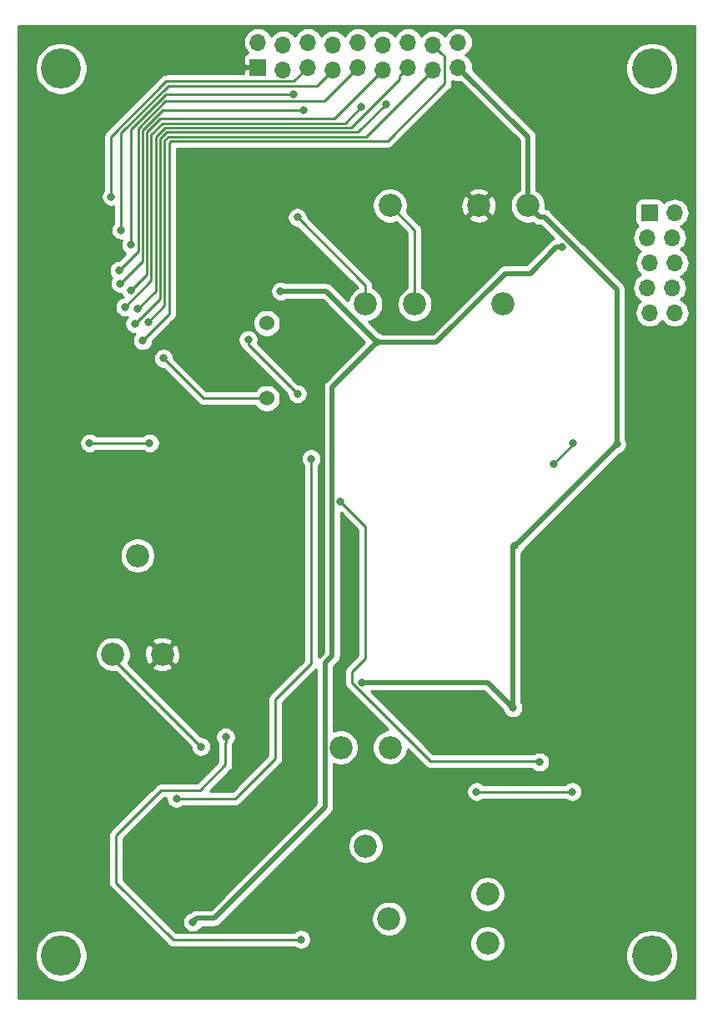
<source format=gbl>
G04 #@! TF.GenerationSoftware,KiCad,Pcbnew,(5.1.0)-1*
G04 #@! TF.CreationDate,2019-05-25T13:24:55-04:00*
G04 #@! TF.ProjectId,VCO_2_RevB,56434f5f-325f-4526-9576-422e6b696361,A*
G04 #@! TF.SameCoordinates,Original*
G04 #@! TF.FileFunction,Copper,L2,Bot*
G04 #@! TF.FilePolarity,Positive*
%FSLAX46Y46*%
G04 Gerber Fmt 4.6, Leading zero omitted, Abs format (unit mm)*
G04 Created by KiCad (PCBNEW (5.1.0)-1) date 2019-05-25 13:24:55*
%MOMM*%
%LPD*%
G04 APERTURE LIST*
%ADD10C,1.524000*%
%ADD11C,2.340000*%
%ADD12O,1.700000X1.700000*%
%ADD13R,1.700000X1.700000*%
%ADD14C,4.064000*%
%ADD15C,0.800000*%
%ADD16C,0.500000*%
%ADD17C,0.250000*%
%ADD18C,0.254000*%
G04 APERTURE END LIST*
D10*
X75895200Y-80822800D03*
X75895200Y-88442800D03*
D11*
X102400000Y-68900000D03*
X99900000Y-78900000D03*
X97400000Y-68900000D03*
X85900000Y-78900000D03*
X88400000Y-68900000D03*
X90900000Y-78900000D03*
X98298000Y-143760200D03*
X88298000Y-141260200D03*
X98298000Y-138760200D03*
X88413600Y-123883400D03*
X85913600Y-133883400D03*
X83413600Y-123883400D03*
X60278000Y-114427000D03*
X62778000Y-104427000D03*
X65278000Y-114427000D03*
D12*
X95320000Y-52333000D03*
X95320000Y-54873000D03*
X92780000Y-52587000D03*
X92780000Y-55127000D03*
X90240000Y-52333000D03*
X90240000Y-54873000D03*
X87700000Y-52587000D03*
X87700000Y-55127000D03*
X85160000Y-52333000D03*
X85160000Y-54873000D03*
X82620000Y-52587000D03*
X82620000Y-55127000D03*
X80080000Y-52333000D03*
X80080000Y-54873000D03*
X77540000Y-52587000D03*
X77540000Y-55127000D03*
X75000000Y-52333000D03*
D13*
X75000000Y-54873000D03*
D12*
X117300000Y-79800000D03*
X114760000Y-79800000D03*
X117046000Y-77260000D03*
X114506000Y-77260000D03*
X117300000Y-74720000D03*
X114760000Y-74720000D03*
X117046000Y-72180000D03*
X114506000Y-72180000D03*
X117300000Y-69640000D03*
D13*
X114760000Y-69640000D03*
D14*
X55000000Y-55000000D03*
X115000000Y-145000000D03*
X115000000Y-55000000D03*
X55000000Y-145000000D03*
D15*
X111099600Y-59004200D03*
X84124800Y-111226600D03*
X108889800Y-128219200D03*
X77495400Y-130505200D03*
X100863400Y-119862600D03*
X85572600Y-117297200D03*
X101041200Y-103454200D03*
X111429800Y-93116400D03*
X77292200Y-77597000D03*
X87096600Y-82778600D03*
X105867200Y-73126600D03*
X68376800Y-141605000D03*
X83362800Y-98933000D03*
X103606600Y-125370799D03*
X79000000Y-88000000D03*
X74000000Y-82500000D03*
X66725800Y-129057400D03*
X80391000Y-94589600D03*
X65405000Y-84404200D03*
X64000000Y-93000000D03*
X57900000Y-93000000D03*
X69200000Y-123800000D03*
X105000000Y-95100000D03*
X107000000Y-93000000D03*
X63300000Y-82600000D03*
X71722300Y-122816300D03*
X79349600Y-143357600D03*
X60100000Y-68000000D03*
X62100000Y-72900000D03*
X78600000Y-57600000D03*
X60900000Y-75500000D03*
X62100000Y-77500000D03*
X63900000Y-80700000D03*
X79000000Y-70100000D03*
X61100000Y-71400000D03*
X62800000Y-79400000D03*
X97180400Y-128371600D03*
X106908600Y-128371600D03*
X62500000Y-80900000D03*
X88000000Y-58600000D03*
X61000000Y-76800000D03*
X79600000Y-59200000D03*
X61500000Y-79200000D03*
X85500000Y-58900000D03*
D16*
X111029801Y-93516399D02*
X111429800Y-93116400D01*
X101491999Y-103054201D02*
X111029801Y-93516399D01*
X101441199Y-103054201D02*
X101491999Y-103054201D01*
X101041200Y-103454200D02*
X101441199Y-103054201D01*
X100863400Y-103632000D02*
X101041200Y-103454200D01*
X100863400Y-119862600D02*
X100863400Y-103632000D01*
X98298000Y-117297200D02*
X100863400Y-119862600D01*
X85572600Y-117297200D02*
X98298000Y-117297200D01*
X103569999Y-70069999D02*
X102400000Y-68900000D01*
X104068601Y-70069999D02*
X103569999Y-70069999D01*
X111429800Y-77431198D02*
X104068601Y-70069999D01*
X111429800Y-93116400D02*
X111429800Y-77431198D01*
X102400000Y-61953000D02*
X95320000Y-54873000D01*
X102400000Y-68900000D02*
X102400000Y-61953000D01*
X87096600Y-82778600D02*
X82512799Y-87362401D01*
X81915000Y-77597000D02*
X87096600Y-82778600D01*
X77292200Y-77597000D02*
X81915000Y-77597000D01*
X81793599Y-115310401D02*
X82512799Y-114591201D01*
X82512799Y-87362401D02*
X82512799Y-114591201D01*
X68776799Y-141205001D02*
X70554799Y-141205001D01*
X68376800Y-141605000D02*
X68776799Y-141205001D01*
X81793599Y-129966201D02*
X81793599Y-123489201D01*
X70554799Y-141205001D02*
X81793599Y-129966201D01*
X81793599Y-123489201D02*
X81793599Y-115310401D01*
X105301515Y-73126600D02*
X102628115Y-75800000D01*
X105867200Y-73126600D02*
X105301515Y-73126600D01*
X100100000Y-75800000D02*
X93121400Y-82778600D01*
X102628115Y-75800000D02*
X100100000Y-75800000D01*
X87096600Y-82778600D02*
X93121400Y-82778600D01*
D17*
X83362800Y-98933000D02*
X85902800Y-101473000D01*
X85902800Y-101473000D02*
X85902800Y-114833400D01*
X85902800Y-114833400D02*
X84556600Y-116179600D01*
X84556600Y-117354202D02*
X92475198Y-125272800D01*
X84556600Y-116179600D02*
X84556600Y-117354202D01*
X92475198Y-125272800D02*
X103508601Y-125272800D01*
X103508601Y-125272800D02*
X103606600Y-125370799D01*
X79000000Y-88000000D02*
X74000000Y-83000000D01*
X74000000Y-83000000D02*
X74000000Y-82500000D01*
X80391000Y-115392200D02*
X80391000Y-94589600D01*
X76771500Y-119011700D02*
X80391000Y-115392200D01*
X76771500Y-125006100D02*
X76771500Y-119011700D01*
X72720200Y-129057400D02*
X76771500Y-125006100D01*
X66725800Y-129057400D02*
X72720200Y-129057400D01*
X69443600Y-88442800D02*
X75895200Y-88442800D01*
X65405000Y-84404200D02*
X69443600Y-88442800D01*
X63434315Y-93000000D02*
X57900000Y-93000000D01*
X64000000Y-93000000D02*
X63434315Y-93000000D01*
X60278000Y-114878000D02*
X60278000Y-114427000D01*
X69200000Y-123800000D02*
X60278000Y-114878000D01*
X107000000Y-93100000D02*
X107000000Y-93000000D01*
X105000000Y-95100000D02*
X107000000Y-93100000D01*
X93629999Y-53436999D02*
X92780000Y-52587000D01*
X93955001Y-53762001D02*
X93629999Y-53436999D01*
X63300000Y-82600000D02*
X65975071Y-79924929D01*
X65975071Y-79924929D02*
X65975071Y-62524929D01*
X65975071Y-62524929D02*
X66149950Y-62350050D01*
X66149950Y-62350050D02*
X88149950Y-62350050D01*
X88149950Y-62350050D02*
X93955001Y-56544999D01*
X93955001Y-56544999D02*
X93955001Y-53762001D01*
X66395600Y-143408400D02*
X79298800Y-143408400D01*
X60604400Y-137617200D02*
X66395600Y-143408400D01*
X60604400Y-132816600D02*
X60604400Y-137617200D01*
X71722300Y-123381985D02*
X71704200Y-123400085D01*
X71704200Y-123400085D02*
X71704200Y-125628400D01*
X71704200Y-125628400D02*
X69088000Y-128244600D01*
X69088000Y-128244600D02*
X65176400Y-128244600D01*
X79298800Y-143408400D02*
X79349600Y-143357600D01*
X71722300Y-122816300D02*
X71722300Y-123381985D01*
X65176400Y-128244600D02*
X60604400Y-132816600D01*
X78650999Y-56302001D02*
X65697999Y-56302001D01*
X80080000Y-54873000D02*
X78650999Y-56302001D01*
X65697999Y-56302001D02*
X60100000Y-61900000D01*
X60100000Y-61900000D02*
X60100000Y-68000000D01*
X62100000Y-72900000D02*
X62100000Y-61172820D01*
X62100000Y-61172820D02*
X65672820Y-57600000D01*
X65672820Y-57600000D02*
X78600000Y-57600000D01*
X62825001Y-73574999D02*
X62825001Y-61084229D01*
X60900000Y-75500000D02*
X62825001Y-73574999D01*
X84310001Y-55722999D02*
X85160000Y-54873000D01*
X81707999Y-58325001D02*
X84310001Y-55722999D01*
X65584229Y-58325001D02*
X81707999Y-58325001D01*
X62825001Y-61084229D02*
X65584229Y-58325001D01*
X82727000Y-60100000D02*
X87700000Y-55127000D01*
X65082050Y-60100000D02*
X82727000Y-60100000D01*
X63725021Y-61457029D02*
X65082050Y-60100000D01*
X62100000Y-77500000D02*
X63725021Y-75874979D01*
X63725021Y-75874979D02*
X63725021Y-61457029D01*
X86006960Y-61900040D02*
X92780000Y-55127000D01*
X65936370Y-61900040D02*
X86006960Y-61900040D01*
X65525061Y-62311349D02*
X65936370Y-61900040D01*
X63900000Y-80700000D02*
X65525061Y-79074939D01*
X65525061Y-79074939D02*
X65525061Y-62311349D01*
X85900000Y-78900000D02*
X85900000Y-77000000D01*
X85900000Y-77000000D02*
X79000000Y-70100000D01*
X80994989Y-56752011D02*
X78837399Y-56752011D01*
X82620000Y-55127000D02*
X80994989Y-56752011D01*
X78837399Y-56752011D02*
X65884399Y-56752011D01*
X65884399Y-56752011D02*
X61100000Y-61536410D01*
X61100000Y-61536410D02*
X61100000Y-71400000D01*
X90900000Y-71400000D02*
X88400000Y-68900000D01*
X90900000Y-78900000D02*
X90900000Y-71400000D01*
X89390001Y-55722999D02*
X90240000Y-54873000D01*
X62800000Y-79400000D02*
X64625041Y-77574959D01*
X64625041Y-77574959D02*
X64625041Y-61911369D01*
X64625041Y-61911369D02*
X65536390Y-61000020D01*
X65536390Y-61000020D02*
X84472982Y-61000020D01*
X84472982Y-61000020D02*
X89390001Y-56083001D01*
X89390001Y-56083001D02*
X89390001Y-55722999D01*
X97180400Y-128371600D02*
X97746085Y-128371600D01*
X97746085Y-128371600D02*
X106908600Y-128371600D01*
X65075050Y-78324950D02*
X65075051Y-77761359D01*
X62500000Y-80900000D02*
X65075050Y-78324950D01*
X65075051Y-62124949D02*
X65749970Y-61450030D01*
X65075051Y-77761359D02*
X65075051Y-62124949D01*
X65749970Y-61450030D02*
X69000000Y-61450030D01*
X69000000Y-61450030D02*
X85149970Y-61450030D01*
X85149970Y-61450030D02*
X88000000Y-58600000D01*
X63275011Y-74524989D02*
X63275011Y-61270629D01*
X61000000Y-76800000D02*
X63275011Y-74524989D01*
X63275011Y-61270629D02*
X65345640Y-59200000D01*
X65345640Y-59200000D02*
X79600000Y-59200000D01*
X64175030Y-76524970D02*
X64175031Y-76061379D01*
X61500000Y-79200000D02*
X64175030Y-76524970D01*
X64175031Y-76061379D02*
X64175031Y-62100000D01*
X64175031Y-61724969D02*
X65349990Y-60550010D01*
X64175031Y-62100000D02*
X64175031Y-61724969D01*
X65349990Y-60550010D02*
X83849990Y-60550010D01*
X83849990Y-60550010D02*
X85500000Y-58900000D01*
D18*
G36*
X119340001Y-149340000D02*
G01*
X50660000Y-149340000D01*
X50660000Y-144737323D01*
X52333000Y-144737323D01*
X52333000Y-145262677D01*
X52435492Y-145777935D01*
X52636536Y-146263298D01*
X52928406Y-146700113D01*
X53299887Y-147071594D01*
X53736702Y-147363464D01*
X54222065Y-147564508D01*
X54737323Y-147667000D01*
X55262677Y-147667000D01*
X55777935Y-147564508D01*
X56263298Y-147363464D01*
X56700113Y-147071594D01*
X57071594Y-146700113D01*
X57363464Y-146263298D01*
X57564508Y-145777935D01*
X57667000Y-145262677D01*
X57667000Y-144737323D01*
X57564508Y-144222065D01*
X57363464Y-143736702D01*
X57071594Y-143299887D01*
X56700113Y-142928406D01*
X56263298Y-142636536D01*
X55777935Y-142435492D01*
X55262677Y-142333000D01*
X54737323Y-142333000D01*
X54222065Y-142435492D01*
X53736702Y-142636536D01*
X53299887Y-142928406D01*
X52928406Y-143299887D01*
X52636536Y-143736702D01*
X52435492Y-144222065D01*
X52333000Y-144737323D01*
X50660000Y-144737323D01*
X50660000Y-114249223D01*
X58473000Y-114249223D01*
X58473000Y-114604777D01*
X58542365Y-114953499D01*
X58678429Y-115281988D01*
X58875965Y-115577621D01*
X59127379Y-115829035D01*
X59423012Y-116026571D01*
X59751501Y-116162635D01*
X60100223Y-116232000D01*
X60455777Y-116232000D01*
X60540372Y-116215173D01*
X68165000Y-123839803D01*
X68165000Y-123901939D01*
X68204774Y-124101898D01*
X68282795Y-124290256D01*
X68396063Y-124459774D01*
X68540226Y-124603937D01*
X68709744Y-124717205D01*
X68898102Y-124795226D01*
X69098061Y-124835000D01*
X69301939Y-124835000D01*
X69501898Y-124795226D01*
X69690256Y-124717205D01*
X69859774Y-124603937D01*
X70003937Y-124459774D01*
X70117205Y-124290256D01*
X70195226Y-124101898D01*
X70235000Y-123901939D01*
X70235000Y-123698061D01*
X70195226Y-123498102D01*
X70117205Y-123309744D01*
X70003937Y-123140226D01*
X69859774Y-122996063D01*
X69690256Y-122882795D01*
X69501898Y-122804774D01*
X69301939Y-122765000D01*
X69239803Y-122765000D01*
X62158405Y-115683602D01*
X64201003Y-115683602D01*
X64317275Y-115965389D01*
X64635860Y-116123257D01*
X64979122Y-116215938D01*
X65333869Y-116239873D01*
X65686470Y-116194139D01*
X66023373Y-116080495D01*
X66238725Y-115965389D01*
X66354997Y-115683602D01*
X65278000Y-114606605D01*
X64201003Y-115683602D01*
X62158405Y-115683602D01*
X61829193Y-115354391D01*
X61877571Y-115281988D01*
X62013635Y-114953499D01*
X62083000Y-114604777D01*
X62083000Y-114482869D01*
X63465127Y-114482869D01*
X63510861Y-114835470D01*
X63624505Y-115172373D01*
X63739611Y-115387725D01*
X64021398Y-115503997D01*
X65098395Y-114427000D01*
X65457605Y-114427000D01*
X66534602Y-115503997D01*
X66816389Y-115387725D01*
X66974257Y-115069140D01*
X67066938Y-114725878D01*
X67090873Y-114371131D01*
X67045139Y-114018530D01*
X66931495Y-113681627D01*
X66816389Y-113466275D01*
X66534602Y-113350003D01*
X65457605Y-114427000D01*
X65098395Y-114427000D01*
X64021398Y-113350003D01*
X63739611Y-113466275D01*
X63581743Y-113784860D01*
X63489062Y-114128122D01*
X63465127Y-114482869D01*
X62083000Y-114482869D01*
X62083000Y-114249223D01*
X62013635Y-113900501D01*
X61877571Y-113572012D01*
X61680035Y-113276379D01*
X61574054Y-113170398D01*
X64201003Y-113170398D01*
X65278000Y-114247395D01*
X66354997Y-113170398D01*
X66238725Y-112888611D01*
X65920140Y-112730743D01*
X65576878Y-112638062D01*
X65222131Y-112614127D01*
X64869530Y-112659861D01*
X64532627Y-112773505D01*
X64317275Y-112888611D01*
X64201003Y-113170398D01*
X61574054Y-113170398D01*
X61428621Y-113024965D01*
X61132988Y-112827429D01*
X60804499Y-112691365D01*
X60455777Y-112622000D01*
X60100223Y-112622000D01*
X59751501Y-112691365D01*
X59423012Y-112827429D01*
X59127379Y-113024965D01*
X58875965Y-113276379D01*
X58678429Y-113572012D01*
X58542365Y-113900501D01*
X58473000Y-114249223D01*
X50660000Y-114249223D01*
X50660000Y-104249223D01*
X60973000Y-104249223D01*
X60973000Y-104604777D01*
X61042365Y-104953499D01*
X61178429Y-105281988D01*
X61375965Y-105577621D01*
X61627379Y-105829035D01*
X61923012Y-106026571D01*
X62251501Y-106162635D01*
X62600223Y-106232000D01*
X62955777Y-106232000D01*
X63304499Y-106162635D01*
X63632988Y-106026571D01*
X63928621Y-105829035D01*
X64180035Y-105577621D01*
X64377571Y-105281988D01*
X64513635Y-104953499D01*
X64583000Y-104604777D01*
X64583000Y-104249223D01*
X64513635Y-103900501D01*
X64377571Y-103572012D01*
X64180035Y-103276379D01*
X63928621Y-103024965D01*
X63632988Y-102827429D01*
X63304499Y-102691365D01*
X62955777Y-102622000D01*
X62600223Y-102622000D01*
X62251501Y-102691365D01*
X61923012Y-102827429D01*
X61627379Y-103024965D01*
X61375965Y-103276379D01*
X61178429Y-103572012D01*
X61042365Y-103900501D01*
X60973000Y-104249223D01*
X50660000Y-104249223D01*
X50660000Y-92898061D01*
X56865000Y-92898061D01*
X56865000Y-93101939D01*
X56904774Y-93301898D01*
X56982795Y-93490256D01*
X57096063Y-93659774D01*
X57240226Y-93803937D01*
X57409744Y-93917205D01*
X57598102Y-93995226D01*
X57798061Y-94035000D01*
X58001939Y-94035000D01*
X58201898Y-93995226D01*
X58390256Y-93917205D01*
X58559774Y-93803937D01*
X58603711Y-93760000D01*
X63296289Y-93760000D01*
X63340226Y-93803937D01*
X63509744Y-93917205D01*
X63698102Y-93995226D01*
X63898061Y-94035000D01*
X64101939Y-94035000D01*
X64301898Y-93995226D01*
X64490256Y-93917205D01*
X64659774Y-93803937D01*
X64803937Y-93659774D01*
X64917205Y-93490256D01*
X64995226Y-93301898D01*
X65035000Y-93101939D01*
X65035000Y-92898061D01*
X64995226Y-92698102D01*
X64917205Y-92509744D01*
X64803937Y-92340226D01*
X64659774Y-92196063D01*
X64490256Y-92082795D01*
X64301898Y-92004774D01*
X64101939Y-91965000D01*
X63898061Y-91965000D01*
X63698102Y-92004774D01*
X63509744Y-92082795D01*
X63340226Y-92196063D01*
X63296289Y-92240000D01*
X58603711Y-92240000D01*
X58559774Y-92196063D01*
X58390256Y-92082795D01*
X58201898Y-92004774D01*
X58001939Y-91965000D01*
X57798061Y-91965000D01*
X57598102Y-92004774D01*
X57409744Y-92082795D01*
X57240226Y-92196063D01*
X57096063Y-92340226D01*
X56982795Y-92509744D01*
X56904774Y-92698102D01*
X56865000Y-92898061D01*
X50660000Y-92898061D01*
X50660000Y-84302261D01*
X64370000Y-84302261D01*
X64370000Y-84506139D01*
X64409774Y-84706098D01*
X64487795Y-84894456D01*
X64601063Y-85063974D01*
X64745226Y-85208137D01*
X64914744Y-85321405D01*
X65103102Y-85399426D01*
X65303061Y-85439200D01*
X65365199Y-85439200D01*
X68879801Y-88953803D01*
X68903599Y-88982801D01*
X68932597Y-89006599D01*
X69019323Y-89077774D01*
X69151353Y-89148346D01*
X69294614Y-89191803D01*
X69406267Y-89202800D01*
X69406277Y-89202800D01*
X69443600Y-89206476D01*
X69480923Y-89202800D01*
X74722859Y-89202800D01*
X74810080Y-89333335D01*
X75004665Y-89527920D01*
X75233473Y-89680805D01*
X75487710Y-89786114D01*
X75757608Y-89839800D01*
X76032792Y-89839800D01*
X76302690Y-89786114D01*
X76556927Y-89680805D01*
X76785735Y-89527920D01*
X76980320Y-89333335D01*
X77133205Y-89104527D01*
X77238514Y-88850290D01*
X77292200Y-88580392D01*
X77292200Y-88305208D01*
X77238514Y-88035310D01*
X77133205Y-87781073D01*
X76980320Y-87552265D01*
X76785735Y-87357680D01*
X76556927Y-87204795D01*
X76302690Y-87099486D01*
X76032792Y-87045800D01*
X75757608Y-87045800D01*
X75487710Y-87099486D01*
X75233473Y-87204795D01*
X75004665Y-87357680D01*
X74810080Y-87552265D01*
X74722859Y-87682800D01*
X69758402Y-87682800D01*
X66440000Y-84364399D01*
X66440000Y-84302261D01*
X66400226Y-84102302D01*
X66322205Y-83913944D01*
X66208937Y-83744426D01*
X66064774Y-83600263D01*
X65895256Y-83486995D01*
X65706898Y-83408974D01*
X65506939Y-83369200D01*
X65303061Y-83369200D01*
X65103102Y-83408974D01*
X64914744Y-83486995D01*
X64745226Y-83600263D01*
X64601063Y-83744426D01*
X64487795Y-83913944D01*
X64409774Y-84102302D01*
X64370000Y-84302261D01*
X50660000Y-84302261D01*
X50660000Y-67898061D01*
X59065000Y-67898061D01*
X59065000Y-68101939D01*
X59104774Y-68301898D01*
X59182795Y-68490256D01*
X59296063Y-68659774D01*
X59440226Y-68803937D01*
X59609744Y-68917205D01*
X59798102Y-68995226D01*
X59998061Y-69035000D01*
X60201939Y-69035000D01*
X60340001Y-69007538D01*
X60340001Y-70696288D01*
X60296063Y-70740226D01*
X60182795Y-70909744D01*
X60104774Y-71098102D01*
X60065000Y-71298061D01*
X60065000Y-71501939D01*
X60104774Y-71701898D01*
X60182795Y-71890256D01*
X60296063Y-72059774D01*
X60440226Y-72203937D01*
X60609744Y-72317205D01*
X60798102Y-72395226D01*
X60998061Y-72435000D01*
X61172334Y-72435000D01*
X61104774Y-72598102D01*
X61065000Y-72798061D01*
X61065000Y-73001939D01*
X61104774Y-73201898D01*
X61182795Y-73390256D01*
X61296063Y-73559774D01*
X61440226Y-73703937D01*
X61548749Y-73776449D01*
X60860199Y-74465000D01*
X60798061Y-74465000D01*
X60598102Y-74504774D01*
X60409744Y-74582795D01*
X60240226Y-74696063D01*
X60096063Y-74840226D01*
X59982795Y-75009744D01*
X59904774Y-75198102D01*
X59865000Y-75398061D01*
X59865000Y-75601939D01*
X59904774Y-75801898D01*
X59982795Y-75990256D01*
X60096063Y-76159774D01*
X60148179Y-76211890D01*
X60082795Y-76309744D01*
X60004774Y-76498102D01*
X59965000Y-76698061D01*
X59965000Y-76901939D01*
X60004774Y-77101898D01*
X60082795Y-77290256D01*
X60196063Y-77459774D01*
X60340226Y-77603937D01*
X60509744Y-77717205D01*
X60698102Y-77795226D01*
X60898061Y-77835000D01*
X61101939Y-77835000D01*
X61117226Y-77831959D01*
X61182795Y-77990256D01*
X61296063Y-78159774D01*
X61317344Y-78181055D01*
X61198102Y-78204774D01*
X61009744Y-78282795D01*
X60840226Y-78396063D01*
X60696063Y-78540226D01*
X60582795Y-78709744D01*
X60504774Y-78898102D01*
X60465000Y-79098061D01*
X60465000Y-79301939D01*
X60504774Y-79501898D01*
X60582795Y-79690256D01*
X60696063Y-79859774D01*
X60840226Y-80003937D01*
X61009744Y-80117205D01*
X61198102Y-80195226D01*
X61398061Y-80235000D01*
X61601939Y-80235000D01*
X61725958Y-80210331D01*
X61696063Y-80240226D01*
X61582795Y-80409744D01*
X61504774Y-80598102D01*
X61465000Y-80798061D01*
X61465000Y-81001939D01*
X61504774Y-81201898D01*
X61582795Y-81390256D01*
X61696063Y-81559774D01*
X61840226Y-81703937D01*
X62009744Y-81817205D01*
X62198102Y-81895226D01*
X62398061Y-81935000D01*
X62501289Y-81935000D01*
X62496063Y-81940226D01*
X62382795Y-82109744D01*
X62304774Y-82298102D01*
X62265000Y-82498061D01*
X62265000Y-82701939D01*
X62304774Y-82901898D01*
X62382795Y-83090256D01*
X62496063Y-83259774D01*
X62640226Y-83403937D01*
X62809744Y-83517205D01*
X62998102Y-83595226D01*
X63198061Y-83635000D01*
X63401939Y-83635000D01*
X63601898Y-83595226D01*
X63790256Y-83517205D01*
X63959774Y-83403937D01*
X64103937Y-83259774D01*
X64217205Y-83090256D01*
X64295226Y-82901898D01*
X64335000Y-82701939D01*
X64335000Y-82639801D01*
X64576740Y-82398061D01*
X72965000Y-82398061D01*
X72965000Y-82601939D01*
X73004774Y-82801898D01*
X73082795Y-82990256D01*
X73196063Y-83159774D01*
X73279614Y-83243325D01*
X73294454Y-83292246D01*
X73365026Y-83424276D01*
X73404871Y-83472826D01*
X73459999Y-83540001D01*
X73489003Y-83563804D01*
X77965000Y-88039802D01*
X77965000Y-88101939D01*
X78004774Y-88301898D01*
X78082795Y-88490256D01*
X78196063Y-88659774D01*
X78340226Y-88803937D01*
X78509744Y-88917205D01*
X78698102Y-88995226D01*
X78898061Y-89035000D01*
X79101939Y-89035000D01*
X79301898Y-88995226D01*
X79490256Y-88917205D01*
X79659774Y-88803937D01*
X79803937Y-88659774D01*
X79917205Y-88490256D01*
X79995226Y-88301898D01*
X80035000Y-88101939D01*
X80035000Y-87898061D01*
X79995226Y-87698102D01*
X79917205Y-87509744D01*
X79803937Y-87340226D01*
X79659774Y-87196063D01*
X79490256Y-87082795D01*
X79301898Y-87004774D01*
X79101939Y-86965000D01*
X79039802Y-86965000D01*
X74960510Y-82885709D01*
X74995226Y-82801898D01*
X75035000Y-82601939D01*
X75035000Y-82398061D01*
X74995226Y-82198102D01*
X74917205Y-82009744D01*
X74803937Y-81840226D01*
X74659774Y-81696063D01*
X74490256Y-81582795D01*
X74301898Y-81504774D01*
X74101939Y-81465000D01*
X73898061Y-81465000D01*
X73698102Y-81504774D01*
X73509744Y-81582795D01*
X73340226Y-81696063D01*
X73196063Y-81840226D01*
X73082795Y-82009744D01*
X73004774Y-82198102D01*
X72965000Y-82398061D01*
X64576740Y-82398061D01*
X66289593Y-80685208D01*
X74498200Y-80685208D01*
X74498200Y-80960392D01*
X74551886Y-81230290D01*
X74657195Y-81484527D01*
X74810080Y-81713335D01*
X75004665Y-81907920D01*
X75233473Y-82060805D01*
X75487710Y-82166114D01*
X75757608Y-82219800D01*
X76032792Y-82219800D01*
X76302690Y-82166114D01*
X76556927Y-82060805D01*
X76785735Y-81907920D01*
X76980320Y-81713335D01*
X77133205Y-81484527D01*
X77238514Y-81230290D01*
X77292200Y-80960392D01*
X77292200Y-80685208D01*
X77238514Y-80415310D01*
X77133205Y-80161073D01*
X76980320Y-79932265D01*
X76785735Y-79737680D01*
X76556927Y-79584795D01*
X76302690Y-79479486D01*
X76032792Y-79425800D01*
X75757608Y-79425800D01*
X75487710Y-79479486D01*
X75233473Y-79584795D01*
X75004665Y-79737680D01*
X74810080Y-79932265D01*
X74657195Y-80161073D01*
X74551886Y-80415310D01*
X74498200Y-80685208D01*
X66289593Y-80685208D01*
X66486075Y-80488727D01*
X66515072Y-80464930D01*
X66610045Y-80349205D01*
X66680617Y-80217176D01*
X66724074Y-80073915D01*
X66735071Y-79962262D01*
X66735071Y-79962254D01*
X66738747Y-79924929D01*
X66735071Y-79887604D01*
X66735071Y-68722223D01*
X86595000Y-68722223D01*
X86595000Y-69077777D01*
X86664365Y-69426499D01*
X86800429Y-69754988D01*
X86997965Y-70050621D01*
X87249379Y-70302035D01*
X87545012Y-70499571D01*
X87873501Y-70635635D01*
X88222223Y-70705000D01*
X88577777Y-70705000D01*
X88926499Y-70635635D01*
X89021488Y-70596289D01*
X90140001Y-71714803D01*
X90140000Y-77261084D01*
X90045012Y-77300429D01*
X89749379Y-77497965D01*
X89497965Y-77749379D01*
X89300429Y-78045012D01*
X89164365Y-78373501D01*
X89095000Y-78722223D01*
X89095000Y-79077777D01*
X89164365Y-79426499D01*
X89300429Y-79754988D01*
X89497965Y-80050621D01*
X89749379Y-80302035D01*
X90045012Y-80499571D01*
X90373501Y-80635635D01*
X90722223Y-80705000D01*
X91077777Y-80705000D01*
X91426499Y-80635635D01*
X91754988Y-80499571D01*
X92050621Y-80302035D01*
X92302035Y-80050621D01*
X92499571Y-79754988D01*
X92635635Y-79426499D01*
X92705000Y-79077777D01*
X92705000Y-78722223D01*
X92635635Y-78373501D01*
X92499571Y-78045012D01*
X92302035Y-77749379D01*
X92050621Y-77497965D01*
X91754988Y-77300429D01*
X91660000Y-77261084D01*
X91660000Y-71437323D01*
X91663676Y-71400000D01*
X91660000Y-71362677D01*
X91660000Y-71362667D01*
X91649003Y-71251014D01*
X91605546Y-71107753D01*
X91590445Y-71079502D01*
X91534974Y-70975723D01*
X91463799Y-70888997D01*
X91440001Y-70859999D01*
X91411003Y-70836201D01*
X90731404Y-70156602D01*
X96323003Y-70156602D01*
X96439275Y-70438389D01*
X96757860Y-70596257D01*
X97101122Y-70688938D01*
X97455869Y-70712873D01*
X97808470Y-70667139D01*
X98145373Y-70553495D01*
X98360725Y-70438389D01*
X98476997Y-70156602D01*
X97400000Y-69079605D01*
X96323003Y-70156602D01*
X90731404Y-70156602D01*
X90096289Y-69521488D01*
X90135635Y-69426499D01*
X90205000Y-69077777D01*
X90205000Y-68955869D01*
X95587127Y-68955869D01*
X95632861Y-69308470D01*
X95746505Y-69645373D01*
X95861611Y-69860725D01*
X96143398Y-69976997D01*
X97220395Y-68900000D01*
X97579605Y-68900000D01*
X98656602Y-69976997D01*
X98938389Y-69860725D01*
X99096257Y-69542140D01*
X99188938Y-69198878D01*
X99212873Y-68844131D01*
X99167139Y-68491530D01*
X99053495Y-68154627D01*
X98938389Y-67939275D01*
X98656602Y-67823003D01*
X97579605Y-68900000D01*
X97220395Y-68900000D01*
X96143398Y-67823003D01*
X95861611Y-67939275D01*
X95703743Y-68257860D01*
X95611062Y-68601122D01*
X95587127Y-68955869D01*
X90205000Y-68955869D01*
X90205000Y-68722223D01*
X90135635Y-68373501D01*
X89999571Y-68045012D01*
X89802035Y-67749379D01*
X89696054Y-67643398D01*
X96323003Y-67643398D01*
X97400000Y-68720395D01*
X98476997Y-67643398D01*
X98360725Y-67361611D01*
X98042140Y-67203743D01*
X97698878Y-67111062D01*
X97344131Y-67087127D01*
X96991530Y-67132861D01*
X96654627Y-67246505D01*
X96439275Y-67361611D01*
X96323003Y-67643398D01*
X89696054Y-67643398D01*
X89550621Y-67497965D01*
X89254988Y-67300429D01*
X88926499Y-67164365D01*
X88577777Y-67095000D01*
X88222223Y-67095000D01*
X87873501Y-67164365D01*
X87545012Y-67300429D01*
X87249379Y-67497965D01*
X86997965Y-67749379D01*
X86800429Y-68045012D01*
X86664365Y-68373501D01*
X86595000Y-68722223D01*
X66735071Y-68722223D01*
X66735071Y-63110050D01*
X88112628Y-63110050D01*
X88149950Y-63113726D01*
X88187272Y-63110050D01*
X88187283Y-63110050D01*
X88298936Y-63099053D01*
X88442197Y-63055596D01*
X88574226Y-62985024D01*
X88689951Y-62890051D01*
X88713754Y-62861047D01*
X94466005Y-57108797D01*
X94495002Y-57085000D01*
X94589975Y-56969275D01*
X94660547Y-56837246D01*
X94704004Y-56693985D01*
X94715001Y-56582332D01*
X94715001Y-56582322D01*
X94718677Y-56544999D01*
X94715001Y-56507676D01*
X94715001Y-56233444D01*
X94748966Y-56251599D01*
X95028889Y-56336513D01*
X95247050Y-56358000D01*
X95392950Y-56358000D01*
X95539034Y-56343612D01*
X101515001Y-62319580D01*
X101515000Y-67320482D01*
X101249379Y-67497965D01*
X100997965Y-67749379D01*
X100800429Y-68045012D01*
X100664365Y-68373501D01*
X100595000Y-68722223D01*
X100595000Y-69077777D01*
X100664365Y-69426499D01*
X100800429Y-69754988D01*
X100997965Y-70050621D01*
X101249379Y-70302035D01*
X101545012Y-70499571D01*
X101873501Y-70635635D01*
X102222223Y-70705000D01*
X102577777Y-70705000D01*
X102891098Y-70642677D01*
X102913469Y-70665048D01*
X102941182Y-70698816D01*
X102974950Y-70726529D01*
X102974952Y-70726531D01*
X103015459Y-70759774D01*
X103075940Y-70809410D01*
X103229686Y-70891588D01*
X103396509Y-70942194D01*
X103526522Y-70954999D01*
X103526532Y-70954999D01*
X103569998Y-70959280D01*
X103613464Y-70954999D01*
X103702023Y-70954999D01*
X105030894Y-72283870D01*
X104961201Y-72305011D01*
X104807456Y-72387189D01*
X104706468Y-72470068D01*
X104706466Y-72470070D01*
X104672698Y-72497783D01*
X104644985Y-72531551D01*
X102261537Y-74915000D01*
X100143469Y-74915000D01*
X100100000Y-74910719D01*
X100056531Y-74915000D01*
X100056523Y-74915000D01*
X99926510Y-74927805D01*
X99759687Y-74978411D01*
X99605941Y-75060589D01*
X99504953Y-75143468D01*
X99504951Y-75143470D01*
X99471183Y-75171183D01*
X99443470Y-75204951D01*
X92754822Y-81893600D01*
X87635054Y-81893600D01*
X87586856Y-81861395D01*
X87398498Y-81783374D01*
X87341644Y-81772065D01*
X86241927Y-80672349D01*
X86426499Y-80635635D01*
X86754988Y-80499571D01*
X87050621Y-80302035D01*
X87302035Y-80050621D01*
X87499571Y-79754988D01*
X87635635Y-79426499D01*
X87705000Y-79077777D01*
X87705000Y-78722223D01*
X87635635Y-78373501D01*
X87499571Y-78045012D01*
X87302035Y-77749379D01*
X87050621Y-77497965D01*
X86754988Y-77300429D01*
X86660000Y-77261084D01*
X86660000Y-77037333D01*
X86663677Y-77000000D01*
X86649003Y-76851014D01*
X86605546Y-76707753D01*
X86534974Y-76575724D01*
X86521251Y-76559003D01*
X86440001Y-76459999D01*
X86411003Y-76436201D01*
X80035000Y-70060199D01*
X80035000Y-69998061D01*
X79995226Y-69798102D01*
X79917205Y-69609744D01*
X79803937Y-69440226D01*
X79659774Y-69296063D01*
X79490256Y-69182795D01*
X79301898Y-69104774D01*
X79101939Y-69065000D01*
X78898061Y-69065000D01*
X78698102Y-69104774D01*
X78509744Y-69182795D01*
X78340226Y-69296063D01*
X78196063Y-69440226D01*
X78082795Y-69609744D01*
X78004774Y-69798102D01*
X77965000Y-69998061D01*
X77965000Y-70201939D01*
X78004774Y-70401898D01*
X78082795Y-70590256D01*
X78196063Y-70759774D01*
X78340226Y-70903937D01*
X78509744Y-71017205D01*
X78698102Y-71095226D01*
X78898061Y-71135000D01*
X78960199Y-71135000D01*
X85102016Y-77276817D01*
X85045012Y-77300429D01*
X84749379Y-77497965D01*
X84497965Y-77749379D01*
X84300429Y-78045012D01*
X84164365Y-78373501D01*
X84127651Y-78558073D01*
X82571534Y-77001956D01*
X82543817Y-76968183D01*
X82409059Y-76857589D01*
X82255313Y-76775411D01*
X82088490Y-76724805D01*
X81958477Y-76712000D01*
X81958469Y-76712000D01*
X81915000Y-76707719D01*
X81871531Y-76712000D01*
X77830654Y-76712000D01*
X77782456Y-76679795D01*
X77594098Y-76601774D01*
X77394139Y-76562000D01*
X77190261Y-76562000D01*
X76990302Y-76601774D01*
X76801944Y-76679795D01*
X76632426Y-76793063D01*
X76488263Y-76937226D01*
X76374995Y-77106744D01*
X76296974Y-77295102D01*
X76257200Y-77495061D01*
X76257200Y-77698939D01*
X76296974Y-77898898D01*
X76374995Y-78087256D01*
X76488263Y-78256774D01*
X76632426Y-78400937D01*
X76801944Y-78514205D01*
X76990302Y-78592226D01*
X77190261Y-78632000D01*
X77394139Y-78632000D01*
X77594098Y-78592226D01*
X77782456Y-78514205D01*
X77830654Y-78482000D01*
X81548422Y-78482000D01*
X85845021Y-82778600D01*
X81917755Y-86705867D01*
X81883982Y-86733584D01*
X81773388Y-86868343D01*
X81691210Y-87022089D01*
X81640604Y-87188912D01*
X81627799Y-87318925D01*
X81627799Y-87318932D01*
X81623518Y-87362401D01*
X81627799Y-87405870D01*
X81627800Y-114224621D01*
X81198550Y-114653872D01*
X81164783Y-114681584D01*
X81151000Y-114698378D01*
X81151000Y-95293311D01*
X81194937Y-95249374D01*
X81308205Y-95079856D01*
X81386226Y-94891498D01*
X81426000Y-94691539D01*
X81426000Y-94487661D01*
X81386226Y-94287702D01*
X81308205Y-94099344D01*
X81194937Y-93929826D01*
X81050774Y-93785663D01*
X80881256Y-93672395D01*
X80692898Y-93594374D01*
X80492939Y-93554600D01*
X80289061Y-93554600D01*
X80089102Y-93594374D01*
X79900744Y-93672395D01*
X79731226Y-93785663D01*
X79587063Y-93929826D01*
X79473795Y-94099344D01*
X79395774Y-94287702D01*
X79356000Y-94487661D01*
X79356000Y-94691539D01*
X79395774Y-94891498D01*
X79473795Y-95079856D01*
X79587063Y-95249374D01*
X79631001Y-95293312D01*
X79631000Y-115077398D01*
X76260498Y-118447901D01*
X76231500Y-118471699D01*
X76207702Y-118500697D01*
X76207701Y-118500698D01*
X76136526Y-118587424D01*
X76065954Y-118719454D01*
X76022498Y-118862715D01*
X76007824Y-119011700D01*
X76011501Y-119049032D01*
X76011500Y-124691297D01*
X72405399Y-128297400D01*
X70110001Y-128297400D01*
X72215203Y-126192199D01*
X72244201Y-126168401D01*
X72339174Y-126052676D01*
X72409746Y-125920647D01*
X72453203Y-125777386D01*
X72464200Y-125665733D01*
X72467877Y-125628400D01*
X72464200Y-125591067D01*
X72464200Y-123554387D01*
X72471287Y-123531024D01*
X72526237Y-123476074D01*
X72639505Y-123306556D01*
X72717526Y-123118198D01*
X72757300Y-122918239D01*
X72757300Y-122714361D01*
X72717526Y-122514402D01*
X72639505Y-122326044D01*
X72526237Y-122156526D01*
X72382074Y-122012363D01*
X72212556Y-121899095D01*
X72024198Y-121821074D01*
X71824239Y-121781300D01*
X71620361Y-121781300D01*
X71420402Y-121821074D01*
X71232044Y-121899095D01*
X71062526Y-122012363D01*
X70918363Y-122156526D01*
X70805095Y-122326044D01*
X70727074Y-122514402D01*
X70687300Y-122714361D01*
X70687300Y-122918239D01*
X70727074Y-123118198D01*
X70805095Y-123306556D01*
X70918363Y-123476074D01*
X70944200Y-123501911D01*
X70944201Y-125313597D01*
X68773199Y-127484600D01*
X65213722Y-127484600D01*
X65176399Y-127480924D01*
X65139076Y-127484600D01*
X65139067Y-127484600D01*
X65027414Y-127495597D01*
X64884153Y-127539054D01*
X64752124Y-127609626D01*
X64752122Y-127609627D01*
X64752123Y-127609627D01*
X64665396Y-127680801D01*
X64665392Y-127680805D01*
X64636399Y-127704599D01*
X64612605Y-127733592D01*
X60093403Y-132252796D01*
X60064399Y-132276599D01*
X60009271Y-132343774D01*
X59969426Y-132392324D01*
X59921832Y-132481365D01*
X59898854Y-132524354D01*
X59855397Y-132667615D01*
X59844400Y-132779268D01*
X59844400Y-132779278D01*
X59840724Y-132816600D01*
X59844400Y-132853923D01*
X59844401Y-137579868D01*
X59840724Y-137617200D01*
X59855398Y-137766185D01*
X59898854Y-137909446D01*
X59969426Y-138041476D01*
X60040601Y-138128202D01*
X60064400Y-138157201D01*
X60093398Y-138180999D01*
X65831801Y-143919403D01*
X65855599Y-143948401D01*
X65884597Y-143972199D01*
X65971324Y-144043374D01*
X66103353Y-144113946D01*
X66246614Y-144157403D01*
X66395600Y-144172077D01*
X66432933Y-144168400D01*
X78700097Y-144168400D01*
X78859344Y-144274805D01*
X79047702Y-144352826D01*
X79247661Y-144392600D01*
X79451539Y-144392600D01*
X79651498Y-144352826D01*
X79839856Y-144274805D01*
X80009374Y-144161537D01*
X80153537Y-144017374D01*
X80266805Y-143847856D01*
X80344826Y-143659498D01*
X80360157Y-143582423D01*
X96493000Y-143582423D01*
X96493000Y-143937977D01*
X96562365Y-144286699D01*
X96698429Y-144615188D01*
X96895965Y-144910821D01*
X97147379Y-145162235D01*
X97443012Y-145359771D01*
X97771501Y-145495835D01*
X98120223Y-145565200D01*
X98475777Y-145565200D01*
X98824499Y-145495835D01*
X99152988Y-145359771D01*
X99448621Y-145162235D01*
X99700035Y-144910821D01*
X99815962Y-144737323D01*
X112333000Y-144737323D01*
X112333000Y-145262677D01*
X112435492Y-145777935D01*
X112636536Y-146263298D01*
X112928406Y-146700113D01*
X113299887Y-147071594D01*
X113736702Y-147363464D01*
X114222065Y-147564508D01*
X114737323Y-147667000D01*
X115262677Y-147667000D01*
X115777935Y-147564508D01*
X116263298Y-147363464D01*
X116700113Y-147071594D01*
X117071594Y-146700113D01*
X117363464Y-146263298D01*
X117564508Y-145777935D01*
X117667000Y-145262677D01*
X117667000Y-144737323D01*
X117564508Y-144222065D01*
X117363464Y-143736702D01*
X117071594Y-143299887D01*
X116700113Y-142928406D01*
X116263298Y-142636536D01*
X115777935Y-142435492D01*
X115262677Y-142333000D01*
X114737323Y-142333000D01*
X114222065Y-142435492D01*
X113736702Y-142636536D01*
X113299887Y-142928406D01*
X112928406Y-143299887D01*
X112636536Y-143736702D01*
X112435492Y-144222065D01*
X112333000Y-144737323D01*
X99815962Y-144737323D01*
X99897571Y-144615188D01*
X100033635Y-144286699D01*
X100103000Y-143937977D01*
X100103000Y-143582423D01*
X100033635Y-143233701D01*
X99897571Y-142905212D01*
X99700035Y-142609579D01*
X99448621Y-142358165D01*
X99152988Y-142160629D01*
X98824499Y-142024565D01*
X98475777Y-141955200D01*
X98120223Y-141955200D01*
X97771501Y-142024565D01*
X97443012Y-142160629D01*
X97147379Y-142358165D01*
X96895965Y-142609579D01*
X96698429Y-142905212D01*
X96562365Y-143233701D01*
X96493000Y-143582423D01*
X80360157Y-143582423D01*
X80384600Y-143459539D01*
X80384600Y-143255661D01*
X80344826Y-143055702D01*
X80266805Y-142867344D01*
X80153537Y-142697826D01*
X80009374Y-142553663D01*
X79839856Y-142440395D01*
X79651498Y-142362374D01*
X79451539Y-142322600D01*
X79247661Y-142322600D01*
X79047702Y-142362374D01*
X78859344Y-142440395D01*
X78689826Y-142553663D01*
X78595089Y-142648400D01*
X66710402Y-142648400D01*
X61364400Y-137302399D01*
X61364400Y-133131401D01*
X65491203Y-129004600D01*
X65690800Y-129004600D01*
X65690800Y-129159339D01*
X65730574Y-129359298D01*
X65808595Y-129547656D01*
X65921863Y-129717174D01*
X66066026Y-129861337D01*
X66235544Y-129974605D01*
X66423902Y-130052626D01*
X66623861Y-130092400D01*
X66827739Y-130092400D01*
X67027698Y-130052626D01*
X67216056Y-129974605D01*
X67385574Y-129861337D01*
X67429511Y-129817400D01*
X72682878Y-129817400D01*
X72720200Y-129821076D01*
X72757522Y-129817400D01*
X72757533Y-129817400D01*
X72869186Y-129806403D01*
X73012447Y-129762946D01*
X73144476Y-129692374D01*
X73260201Y-129597401D01*
X73284004Y-129568397D01*
X77282509Y-125569894D01*
X77311501Y-125546101D01*
X77335295Y-125517108D01*
X77335299Y-125517104D01*
X77406473Y-125430377D01*
X77406474Y-125430376D01*
X77477046Y-125298347D01*
X77520503Y-125155086D01*
X77531500Y-125043433D01*
X77531500Y-125043424D01*
X77535176Y-125006101D01*
X77531500Y-124968778D01*
X77531500Y-119326501D01*
X80902004Y-115955998D01*
X80908600Y-115950585D01*
X80908599Y-123532677D01*
X80908600Y-123532687D01*
X80908599Y-129599622D01*
X70188221Y-140320001D01*
X68820265Y-140320001D01*
X68776798Y-140315720D01*
X68733332Y-140320001D01*
X68733322Y-140320001D01*
X68603309Y-140332806D01*
X68436486Y-140383412D01*
X68282740Y-140465590D01*
X68147982Y-140576184D01*
X68129294Y-140598955D01*
X68074902Y-140609774D01*
X67886544Y-140687795D01*
X67717026Y-140801063D01*
X67572863Y-140945226D01*
X67459595Y-141114744D01*
X67381574Y-141303102D01*
X67341800Y-141503061D01*
X67341800Y-141706939D01*
X67381574Y-141906898D01*
X67459595Y-142095256D01*
X67572863Y-142264774D01*
X67717026Y-142408937D01*
X67886544Y-142522205D01*
X68074902Y-142600226D01*
X68274861Y-142640000D01*
X68478739Y-142640000D01*
X68678698Y-142600226D01*
X68867056Y-142522205D01*
X69036574Y-142408937D01*
X69180737Y-142264774D01*
X69294005Y-142095256D01*
X69296182Y-142090001D01*
X70511330Y-142090001D01*
X70554799Y-142094282D01*
X70598268Y-142090001D01*
X70598276Y-142090001D01*
X70728289Y-142077196D01*
X70895112Y-142026590D01*
X71048858Y-141944412D01*
X71183616Y-141833818D01*
X71211333Y-141800045D01*
X71928955Y-141082423D01*
X86493000Y-141082423D01*
X86493000Y-141437977D01*
X86562365Y-141786699D01*
X86698429Y-142115188D01*
X86895965Y-142410821D01*
X87147379Y-142662235D01*
X87443012Y-142859771D01*
X87771501Y-142995835D01*
X88120223Y-143065200D01*
X88475777Y-143065200D01*
X88824499Y-142995835D01*
X89152988Y-142859771D01*
X89448621Y-142662235D01*
X89700035Y-142410821D01*
X89897571Y-142115188D01*
X90033635Y-141786699D01*
X90103000Y-141437977D01*
X90103000Y-141082423D01*
X90033635Y-140733701D01*
X89897571Y-140405212D01*
X89700035Y-140109579D01*
X89448621Y-139858165D01*
X89152988Y-139660629D01*
X88824499Y-139524565D01*
X88475777Y-139455200D01*
X88120223Y-139455200D01*
X87771501Y-139524565D01*
X87443012Y-139660629D01*
X87147379Y-139858165D01*
X86895965Y-140109579D01*
X86698429Y-140405212D01*
X86562365Y-140733701D01*
X86493000Y-141082423D01*
X71928955Y-141082423D01*
X74428955Y-138582423D01*
X96493000Y-138582423D01*
X96493000Y-138937977D01*
X96562365Y-139286699D01*
X96698429Y-139615188D01*
X96895965Y-139910821D01*
X97147379Y-140162235D01*
X97443012Y-140359771D01*
X97771501Y-140495835D01*
X98120223Y-140565200D01*
X98475777Y-140565200D01*
X98824499Y-140495835D01*
X99152988Y-140359771D01*
X99448621Y-140162235D01*
X99700035Y-139910821D01*
X99897571Y-139615188D01*
X100033635Y-139286699D01*
X100103000Y-138937977D01*
X100103000Y-138582423D01*
X100033635Y-138233701D01*
X99897571Y-137905212D01*
X99700035Y-137609579D01*
X99448621Y-137358165D01*
X99152988Y-137160629D01*
X98824499Y-137024565D01*
X98475777Y-136955200D01*
X98120223Y-136955200D01*
X97771501Y-137024565D01*
X97443012Y-137160629D01*
X97147379Y-137358165D01*
X96895965Y-137609579D01*
X96698429Y-137905212D01*
X96562365Y-138233701D01*
X96493000Y-138582423D01*
X74428955Y-138582423D01*
X79305755Y-133705623D01*
X84108600Y-133705623D01*
X84108600Y-134061177D01*
X84177965Y-134409899D01*
X84314029Y-134738388D01*
X84511565Y-135034021D01*
X84762979Y-135285435D01*
X85058612Y-135482971D01*
X85387101Y-135619035D01*
X85735823Y-135688400D01*
X86091377Y-135688400D01*
X86440099Y-135619035D01*
X86768588Y-135482971D01*
X87064221Y-135285435D01*
X87315635Y-135034021D01*
X87513171Y-134738388D01*
X87649235Y-134409899D01*
X87718600Y-134061177D01*
X87718600Y-133705623D01*
X87649235Y-133356901D01*
X87513171Y-133028412D01*
X87315635Y-132732779D01*
X87064221Y-132481365D01*
X86768588Y-132283829D01*
X86440099Y-132147765D01*
X86091377Y-132078400D01*
X85735823Y-132078400D01*
X85387101Y-132147765D01*
X85058612Y-132283829D01*
X84762979Y-132481365D01*
X84511565Y-132732779D01*
X84314029Y-133028412D01*
X84177965Y-133356901D01*
X84108600Y-133705623D01*
X79305755Y-133705623D01*
X82388650Y-130622729D01*
X82422416Y-130595018D01*
X82533010Y-130460260D01*
X82615188Y-130306514D01*
X82665794Y-130139691D01*
X82678599Y-130009678D01*
X82678599Y-130009668D01*
X82682880Y-129966202D01*
X82678599Y-129922736D01*
X82678599Y-128269661D01*
X96145400Y-128269661D01*
X96145400Y-128473539D01*
X96185174Y-128673498D01*
X96263195Y-128861856D01*
X96376463Y-129031374D01*
X96520626Y-129175537D01*
X96690144Y-129288805D01*
X96878502Y-129366826D01*
X97078461Y-129406600D01*
X97282339Y-129406600D01*
X97482298Y-129366826D01*
X97670656Y-129288805D01*
X97840174Y-129175537D01*
X97884111Y-129131600D01*
X106204889Y-129131600D01*
X106248826Y-129175537D01*
X106418344Y-129288805D01*
X106606702Y-129366826D01*
X106806661Y-129406600D01*
X107010539Y-129406600D01*
X107210498Y-129366826D01*
X107398856Y-129288805D01*
X107568374Y-129175537D01*
X107712537Y-129031374D01*
X107825805Y-128861856D01*
X107903826Y-128673498D01*
X107943600Y-128473539D01*
X107943600Y-128269661D01*
X107903826Y-128069702D01*
X107825805Y-127881344D01*
X107712537Y-127711826D01*
X107568374Y-127567663D01*
X107398856Y-127454395D01*
X107210498Y-127376374D01*
X107010539Y-127336600D01*
X106806661Y-127336600D01*
X106606702Y-127376374D01*
X106418344Y-127454395D01*
X106248826Y-127567663D01*
X106204889Y-127611600D01*
X97884111Y-127611600D01*
X97840174Y-127567663D01*
X97670656Y-127454395D01*
X97482298Y-127376374D01*
X97282339Y-127336600D01*
X97078461Y-127336600D01*
X96878502Y-127376374D01*
X96690144Y-127454395D01*
X96520626Y-127567663D01*
X96376463Y-127711826D01*
X96263195Y-127881344D01*
X96185174Y-128069702D01*
X96145400Y-128269661D01*
X82678599Y-128269661D01*
X82678599Y-125532671D01*
X82887101Y-125619035D01*
X83235823Y-125688400D01*
X83591377Y-125688400D01*
X83940099Y-125619035D01*
X84268588Y-125482971D01*
X84564221Y-125285435D01*
X84815635Y-125034021D01*
X85013171Y-124738388D01*
X85149235Y-124409899D01*
X85218600Y-124061177D01*
X85218600Y-123705623D01*
X85149235Y-123356901D01*
X85013171Y-123028412D01*
X84815635Y-122732779D01*
X84564221Y-122481365D01*
X84268588Y-122283829D01*
X83940099Y-122147765D01*
X83591377Y-122078400D01*
X83235823Y-122078400D01*
X82887101Y-122147765D01*
X82678599Y-122234129D01*
X82678599Y-115676979D01*
X83107848Y-115247731D01*
X83141616Y-115220018D01*
X83182463Y-115170247D01*
X83252209Y-115085261D01*
X83260826Y-115069140D01*
X83334388Y-114931514D01*
X83384994Y-114764691D01*
X83397799Y-114634678D01*
X83397799Y-114634668D01*
X83402080Y-114591202D01*
X83397799Y-114547736D01*
X83397799Y-100042800D01*
X85142800Y-101787803D01*
X85142801Y-114518597D01*
X84045603Y-115615796D01*
X84016599Y-115639599D01*
X83979794Y-115684447D01*
X83921626Y-115755324D01*
X83851055Y-115887353D01*
X83851054Y-115887354D01*
X83807597Y-116030615D01*
X83796600Y-116142268D01*
X83796600Y-116142278D01*
X83792924Y-116179600D01*
X83796600Y-116216923D01*
X83796601Y-117316870D01*
X83792924Y-117354202D01*
X83807598Y-117503187D01*
X83851054Y-117646448D01*
X83921626Y-117778478D01*
X83992801Y-117865204D01*
X84016600Y-117894203D01*
X84045598Y-117918001D01*
X88210945Y-122083349D01*
X87887101Y-122147765D01*
X87558612Y-122283829D01*
X87262979Y-122481365D01*
X87011565Y-122732779D01*
X86814029Y-123028412D01*
X86677965Y-123356901D01*
X86608600Y-123705623D01*
X86608600Y-124061177D01*
X86677965Y-124409899D01*
X86814029Y-124738388D01*
X87011565Y-125034021D01*
X87262979Y-125285435D01*
X87558612Y-125482971D01*
X87887101Y-125619035D01*
X88235823Y-125688400D01*
X88591377Y-125688400D01*
X88940099Y-125619035D01*
X89268588Y-125482971D01*
X89564221Y-125285435D01*
X89815635Y-125034021D01*
X90013171Y-124738388D01*
X90149235Y-124409899D01*
X90213651Y-124086055D01*
X91911398Y-125783802D01*
X91935197Y-125812801D01*
X92050922Y-125907774D01*
X92182951Y-125978346D01*
X92326212Y-126021803D01*
X92437865Y-126032800D01*
X92437873Y-126032800D01*
X92475198Y-126036476D01*
X92512523Y-126032800D01*
X102804890Y-126032800D01*
X102946826Y-126174736D01*
X103116344Y-126288004D01*
X103304702Y-126366025D01*
X103504661Y-126405799D01*
X103708539Y-126405799D01*
X103908498Y-126366025D01*
X104096856Y-126288004D01*
X104266374Y-126174736D01*
X104410537Y-126030573D01*
X104523805Y-125861055D01*
X104601826Y-125672697D01*
X104641600Y-125472738D01*
X104641600Y-125268860D01*
X104601826Y-125068901D01*
X104523805Y-124880543D01*
X104410537Y-124711025D01*
X104266374Y-124566862D01*
X104096856Y-124453594D01*
X103908498Y-124375573D01*
X103708539Y-124335799D01*
X103504661Y-124335799D01*
X103304702Y-124375573D01*
X103116344Y-124453594D01*
X103027736Y-124512800D01*
X92790000Y-124512800D01*
X86459399Y-118182200D01*
X97931422Y-118182200D01*
X99856865Y-120107644D01*
X99868174Y-120164498D01*
X99946195Y-120352856D01*
X100059463Y-120522374D01*
X100203626Y-120666537D01*
X100373144Y-120779805D01*
X100561502Y-120857826D01*
X100761461Y-120897600D01*
X100965339Y-120897600D01*
X101165298Y-120857826D01*
X101353656Y-120779805D01*
X101523174Y-120666537D01*
X101667337Y-120522374D01*
X101780605Y-120352856D01*
X101858626Y-120164498D01*
X101898400Y-119964539D01*
X101898400Y-119760661D01*
X101858626Y-119560702D01*
X101780605Y-119372344D01*
X101748400Y-119324146D01*
X101748400Y-104210711D01*
X101845137Y-104113974D01*
X101958405Y-103944456D01*
X102036426Y-103756098D01*
X102037335Y-103751530D01*
X102120816Y-103683018D01*
X102148533Y-103649245D01*
X111674844Y-94122935D01*
X111731698Y-94111626D01*
X111920056Y-94033605D01*
X112089574Y-93920337D01*
X112233737Y-93776174D01*
X112347005Y-93606656D01*
X112425026Y-93418298D01*
X112464800Y-93218339D01*
X112464800Y-93014461D01*
X112425026Y-92814502D01*
X112347005Y-92626144D01*
X112314800Y-92577946D01*
X112314800Y-77474663D01*
X112319081Y-77431197D01*
X112314800Y-77387731D01*
X112314800Y-77387721D01*
X112301995Y-77257708D01*
X112251389Y-77090885D01*
X112169211Y-76937139D01*
X112113629Y-76869413D01*
X112086332Y-76836151D01*
X112086330Y-76836149D01*
X112058617Y-76802381D01*
X112024849Y-76774668D01*
X107430181Y-72180000D01*
X113013815Y-72180000D01*
X113042487Y-72471111D01*
X113127401Y-72751034D01*
X113265294Y-73009014D01*
X113450866Y-73235134D01*
X113676986Y-73420706D01*
X113874036Y-73526031D01*
X113704866Y-73664866D01*
X113519294Y-73890986D01*
X113381401Y-74148966D01*
X113296487Y-74428889D01*
X113267815Y-74720000D01*
X113296487Y-75011111D01*
X113381401Y-75291034D01*
X113519294Y-75549014D01*
X113704866Y-75775134D01*
X113874036Y-75913969D01*
X113676986Y-76019294D01*
X113450866Y-76204866D01*
X113265294Y-76430986D01*
X113127401Y-76688966D01*
X113042487Y-76968889D01*
X113013815Y-77260000D01*
X113042487Y-77551111D01*
X113127401Y-77831034D01*
X113265294Y-78089014D01*
X113450866Y-78315134D01*
X113676986Y-78500706D01*
X113874036Y-78606031D01*
X113704866Y-78744866D01*
X113519294Y-78970986D01*
X113381401Y-79228966D01*
X113296487Y-79508889D01*
X113267815Y-79800000D01*
X113296487Y-80091111D01*
X113381401Y-80371034D01*
X113519294Y-80629014D01*
X113704866Y-80855134D01*
X113930986Y-81040706D01*
X114188966Y-81178599D01*
X114468889Y-81263513D01*
X114687050Y-81285000D01*
X114832950Y-81285000D01*
X115051111Y-81263513D01*
X115331034Y-81178599D01*
X115589014Y-81040706D01*
X115815134Y-80855134D01*
X116000706Y-80629014D01*
X116030000Y-80574209D01*
X116059294Y-80629014D01*
X116244866Y-80855134D01*
X116470986Y-81040706D01*
X116728966Y-81178599D01*
X117008889Y-81263513D01*
X117227050Y-81285000D01*
X117372950Y-81285000D01*
X117591111Y-81263513D01*
X117871034Y-81178599D01*
X118129014Y-81040706D01*
X118355134Y-80855134D01*
X118540706Y-80629014D01*
X118678599Y-80371034D01*
X118763513Y-80091111D01*
X118792185Y-79800000D01*
X118763513Y-79508889D01*
X118678599Y-79228966D01*
X118540706Y-78970986D01*
X118355134Y-78744866D01*
X118129014Y-78559294D01*
X117931964Y-78453969D01*
X118101134Y-78315134D01*
X118286706Y-78089014D01*
X118424599Y-77831034D01*
X118509513Y-77551111D01*
X118538185Y-77260000D01*
X118509513Y-76968889D01*
X118424599Y-76688966D01*
X118286706Y-76430986D01*
X118101134Y-76204866D01*
X117931964Y-76066031D01*
X118129014Y-75960706D01*
X118355134Y-75775134D01*
X118540706Y-75549014D01*
X118678599Y-75291034D01*
X118763513Y-75011111D01*
X118792185Y-74720000D01*
X118763513Y-74428889D01*
X118678599Y-74148966D01*
X118540706Y-73890986D01*
X118355134Y-73664866D01*
X118129014Y-73479294D01*
X117931964Y-73373969D01*
X118101134Y-73235134D01*
X118286706Y-73009014D01*
X118424599Y-72751034D01*
X118509513Y-72471111D01*
X118538185Y-72180000D01*
X118509513Y-71888889D01*
X118424599Y-71608966D01*
X118286706Y-71350986D01*
X118101134Y-71124866D01*
X117931964Y-70986031D01*
X118129014Y-70880706D01*
X118355134Y-70695134D01*
X118540706Y-70469014D01*
X118678599Y-70211034D01*
X118763513Y-69931111D01*
X118792185Y-69640000D01*
X118763513Y-69348889D01*
X118678599Y-69068966D01*
X118540706Y-68810986D01*
X118355134Y-68584866D01*
X118129014Y-68399294D01*
X117871034Y-68261401D01*
X117591111Y-68176487D01*
X117372950Y-68155000D01*
X117227050Y-68155000D01*
X117008889Y-68176487D01*
X116728966Y-68261401D01*
X116470986Y-68399294D01*
X116244866Y-68584866D01*
X116220393Y-68614687D01*
X116199502Y-68545820D01*
X116140537Y-68435506D01*
X116061185Y-68338815D01*
X115964494Y-68259463D01*
X115854180Y-68200498D01*
X115734482Y-68164188D01*
X115610000Y-68151928D01*
X113910000Y-68151928D01*
X113785518Y-68164188D01*
X113665820Y-68200498D01*
X113555506Y-68259463D01*
X113458815Y-68338815D01*
X113379463Y-68435506D01*
X113320498Y-68545820D01*
X113284188Y-68665518D01*
X113271928Y-68790000D01*
X113271928Y-70490000D01*
X113284188Y-70614482D01*
X113320498Y-70734180D01*
X113379463Y-70844494D01*
X113458815Y-70941185D01*
X113555506Y-71020537D01*
X113569123Y-71027815D01*
X113450866Y-71124866D01*
X113265294Y-71350986D01*
X113127401Y-71608966D01*
X113042487Y-71888889D01*
X113013815Y-72180000D01*
X107430181Y-72180000D01*
X104725135Y-69474955D01*
X104697418Y-69441182D01*
X104562660Y-69330588D01*
X104408914Y-69248410D01*
X104242091Y-69197804D01*
X104182297Y-69191915D01*
X104205000Y-69077777D01*
X104205000Y-68722223D01*
X104135635Y-68373501D01*
X103999571Y-68045012D01*
X103802035Y-67749379D01*
X103550621Y-67497965D01*
X103285000Y-67320482D01*
X103285000Y-61996466D01*
X103289281Y-61952999D01*
X103285000Y-61909533D01*
X103285000Y-61909523D01*
X103272195Y-61779510D01*
X103221589Y-61612687D01*
X103139411Y-61458941D01*
X103091340Y-61400367D01*
X103056532Y-61357953D01*
X103056530Y-61357951D01*
X103028817Y-61324183D01*
X102995049Y-61296470D01*
X96790612Y-55092034D01*
X96812185Y-54873000D01*
X96798822Y-54737323D01*
X112333000Y-54737323D01*
X112333000Y-55262677D01*
X112435492Y-55777935D01*
X112636536Y-56263298D01*
X112928406Y-56700113D01*
X113299887Y-57071594D01*
X113736702Y-57363464D01*
X114222065Y-57564508D01*
X114737323Y-57667000D01*
X115262677Y-57667000D01*
X115777935Y-57564508D01*
X116263298Y-57363464D01*
X116700113Y-57071594D01*
X117071594Y-56700113D01*
X117363464Y-56263298D01*
X117564508Y-55777935D01*
X117667000Y-55262677D01*
X117667000Y-54737323D01*
X117564508Y-54222065D01*
X117363464Y-53736702D01*
X117071594Y-53299887D01*
X116700113Y-52928406D01*
X116263298Y-52636536D01*
X115777935Y-52435492D01*
X115262677Y-52333000D01*
X114737323Y-52333000D01*
X114222065Y-52435492D01*
X113736702Y-52636536D01*
X113299887Y-52928406D01*
X112928406Y-53299887D01*
X112636536Y-53736702D01*
X112435492Y-54222065D01*
X112333000Y-54737323D01*
X96798822Y-54737323D01*
X96783513Y-54581889D01*
X96698599Y-54301966D01*
X96560706Y-54043986D01*
X96375134Y-53817866D01*
X96149014Y-53632294D01*
X96094209Y-53603000D01*
X96149014Y-53573706D01*
X96375134Y-53388134D01*
X96560706Y-53162014D01*
X96698599Y-52904034D01*
X96783513Y-52624111D01*
X96812185Y-52333000D01*
X96783513Y-52041889D01*
X96698599Y-51761966D01*
X96560706Y-51503986D01*
X96375134Y-51277866D01*
X96149014Y-51092294D01*
X95891034Y-50954401D01*
X95611111Y-50869487D01*
X95392950Y-50848000D01*
X95247050Y-50848000D01*
X95028889Y-50869487D01*
X94748966Y-50954401D01*
X94490986Y-51092294D01*
X94264866Y-51277866D01*
X94079294Y-51503986D01*
X93973969Y-51701036D01*
X93835134Y-51531866D01*
X93609014Y-51346294D01*
X93351034Y-51208401D01*
X93071111Y-51123487D01*
X92852950Y-51102000D01*
X92707050Y-51102000D01*
X92488889Y-51123487D01*
X92208966Y-51208401D01*
X91950986Y-51346294D01*
X91724866Y-51531866D01*
X91586031Y-51701036D01*
X91480706Y-51503986D01*
X91295134Y-51277866D01*
X91069014Y-51092294D01*
X90811034Y-50954401D01*
X90531111Y-50869487D01*
X90312950Y-50848000D01*
X90167050Y-50848000D01*
X89948889Y-50869487D01*
X89668966Y-50954401D01*
X89410986Y-51092294D01*
X89184866Y-51277866D01*
X88999294Y-51503986D01*
X88893969Y-51701036D01*
X88755134Y-51531866D01*
X88529014Y-51346294D01*
X88271034Y-51208401D01*
X87991111Y-51123487D01*
X87772950Y-51102000D01*
X87627050Y-51102000D01*
X87408889Y-51123487D01*
X87128966Y-51208401D01*
X86870986Y-51346294D01*
X86644866Y-51531866D01*
X86506031Y-51701036D01*
X86400706Y-51503986D01*
X86215134Y-51277866D01*
X85989014Y-51092294D01*
X85731034Y-50954401D01*
X85451111Y-50869487D01*
X85232950Y-50848000D01*
X85087050Y-50848000D01*
X84868889Y-50869487D01*
X84588966Y-50954401D01*
X84330986Y-51092294D01*
X84104866Y-51277866D01*
X83919294Y-51503986D01*
X83813969Y-51701036D01*
X83675134Y-51531866D01*
X83449014Y-51346294D01*
X83191034Y-51208401D01*
X82911111Y-51123487D01*
X82692950Y-51102000D01*
X82547050Y-51102000D01*
X82328889Y-51123487D01*
X82048966Y-51208401D01*
X81790986Y-51346294D01*
X81564866Y-51531866D01*
X81426031Y-51701036D01*
X81320706Y-51503986D01*
X81135134Y-51277866D01*
X80909014Y-51092294D01*
X80651034Y-50954401D01*
X80371111Y-50869487D01*
X80152950Y-50848000D01*
X80007050Y-50848000D01*
X79788889Y-50869487D01*
X79508966Y-50954401D01*
X79250986Y-51092294D01*
X79024866Y-51277866D01*
X78839294Y-51503986D01*
X78733969Y-51701036D01*
X78595134Y-51531866D01*
X78369014Y-51346294D01*
X78111034Y-51208401D01*
X77831111Y-51123487D01*
X77612950Y-51102000D01*
X77467050Y-51102000D01*
X77248889Y-51123487D01*
X76968966Y-51208401D01*
X76710986Y-51346294D01*
X76484866Y-51531866D01*
X76346031Y-51701036D01*
X76240706Y-51503986D01*
X76055134Y-51277866D01*
X75829014Y-51092294D01*
X75571034Y-50954401D01*
X75291111Y-50869487D01*
X75072950Y-50848000D01*
X74927050Y-50848000D01*
X74708889Y-50869487D01*
X74428966Y-50954401D01*
X74170986Y-51092294D01*
X73944866Y-51277866D01*
X73759294Y-51503986D01*
X73621401Y-51761966D01*
X73536487Y-52041889D01*
X73507815Y-52333000D01*
X73536487Y-52624111D01*
X73621401Y-52904034D01*
X73759294Y-53162014D01*
X73944866Y-53388134D01*
X73974687Y-53412607D01*
X73905820Y-53433498D01*
X73795506Y-53492463D01*
X73698815Y-53571815D01*
X73619463Y-53668506D01*
X73560498Y-53778820D01*
X73524188Y-53898518D01*
X73511928Y-54023000D01*
X73515000Y-54587250D01*
X73673750Y-54746000D01*
X74873000Y-54746000D01*
X74873000Y-54726000D01*
X75127000Y-54726000D01*
X75127000Y-54746000D01*
X75147000Y-54746000D01*
X75147000Y-55000000D01*
X75127000Y-55000000D01*
X75127000Y-55020000D01*
X74873000Y-55020000D01*
X74873000Y-55000000D01*
X73673750Y-55000000D01*
X73515000Y-55158750D01*
X73512913Y-55542001D01*
X65735321Y-55542001D01*
X65697998Y-55538325D01*
X65660675Y-55542001D01*
X65660666Y-55542001D01*
X65549013Y-55552998D01*
X65405752Y-55596455D01*
X65273722Y-55667027D01*
X65190082Y-55735669D01*
X65157998Y-55762000D01*
X65134200Y-55790998D01*
X59589003Y-61336196D01*
X59559999Y-61359999D01*
X59504871Y-61427174D01*
X59465026Y-61475724D01*
X59417938Y-61563819D01*
X59394454Y-61607754D01*
X59350997Y-61751015D01*
X59340000Y-61862668D01*
X59340000Y-61862678D01*
X59336324Y-61900000D01*
X59340000Y-61937323D01*
X59340001Y-67296288D01*
X59296063Y-67340226D01*
X59182795Y-67509744D01*
X59104774Y-67698102D01*
X59065000Y-67898061D01*
X50660000Y-67898061D01*
X50660000Y-54737323D01*
X52333000Y-54737323D01*
X52333000Y-55262677D01*
X52435492Y-55777935D01*
X52636536Y-56263298D01*
X52928406Y-56700113D01*
X53299887Y-57071594D01*
X53736702Y-57363464D01*
X54222065Y-57564508D01*
X54737323Y-57667000D01*
X55262677Y-57667000D01*
X55777935Y-57564508D01*
X56263298Y-57363464D01*
X56700113Y-57071594D01*
X57071594Y-56700113D01*
X57363464Y-56263298D01*
X57564508Y-55777935D01*
X57667000Y-55262677D01*
X57667000Y-54737323D01*
X57564508Y-54222065D01*
X57363464Y-53736702D01*
X57071594Y-53299887D01*
X56700113Y-52928406D01*
X56263298Y-52636536D01*
X55777935Y-52435492D01*
X55262677Y-52333000D01*
X54737323Y-52333000D01*
X54222065Y-52435492D01*
X53736702Y-52636536D01*
X53299887Y-52928406D01*
X52928406Y-53299887D01*
X52636536Y-53736702D01*
X52435492Y-54222065D01*
X52333000Y-54737323D01*
X50660000Y-54737323D01*
X50660000Y-50660000D01*
X119340000Y-50660000D01*
X119340001Y-149340000D01*
X119340001Y-149340000D01*
G37*
X119340001Y-149340000D02*
X50660000Y-149340000D01*
X50660000Y-144737323D01*
X52333000Y-144737323D01*
X52333000Y-145262677D01*
X52435492Y-145777935D01*
X52636536Y-146263298D01*
X52928406Y-146700113D01*
X53299887Y-147071594D01*
X53736702Y-147363464D01*
X54222065Y-147564508D01*
X54737323Y-147667000D01*
X55262677Y-147667000D01*
X55777935Y-147564508D01*
X56263298Y-147363464D01*
X56700113Y-147071594D01*
X57071594Y-146700113D01*
X57363464Y-146263298D01*
X57564508Y-145777935D01*
X57667000Y-145262677D01*
X57667000Y-144737323D01*
X57564508Y-144222065D01*
X57363464Y-143736702D01*
X57071594Y-143299887D01*
X56700113Y-142928406D01*
X56263298Y-142636536D01*
X55777935Y-142435492D01*
X55262677Y-142333000D01*
X54737323Y-142333000D01*
X54222065Y-142435492D01*
X53736702Y-142636536D01*
X53299887Y-142928406D01*
X52928406Y-143299887D01*
X52636536Y-143736702D01*
X52435492Y-144222065D01*
X52333000Y-144737323D01*
X50660000Y-144737323D01*
X50660000Y-114249223D01*
X58473000Y-114249223D01*
X58473000Y-114604777D01*
X58542365Y-114953499D01*
X58678429Y-115281988D01*
X58875965Y-115577621D01*
X59127379Y-115829035D01*
X59423012Y-116026571D01*
X59751501Y-116162635D01*
X60100223Y-116232000D01*
X60455777Y-116232000D01*
X60540372Y-116215173D01*
X68165000Y-123839803D01*
X68165000Y-123901939D01*
X68204774Y-124101898D01*
X68282795Y-124290256D01*
X68396063Y-124459774D01*
X68540226Y-124603937D01*
X68709744Y-124717205D01*
X68898102Y-124795226D01*
X69098061Y-124835000D01*
X69301939Y-124835000D01*
X69501898Y-124795226D01*
X69690256Y-124717205D01*
X69859774Y-124603937D01*
X70003937Y-124459774D01*
X70117205Y-124290256D01*
X70195226Y-124101898D01*
X70235000Y-123901939D01*
X70235000Y-123698061D01*
X70195226Y-123498102D01*
X70117205Y-123309744D01*
X70003937Y-123140226D01*
X69859774Y-122996063D01*
X69690256Y-122882795D01*
X69501898Y-122804774D01*
X69301939Y-122765000D01*
X69239803Y-122765000D01*
X62158405Y-115683602D01*
X64201003Y-115683602D01*
X64317275Y-115965389D01*
X64635860Y-116123257D01*
X64979122Y-116215938D01*
X65333869Y-116239873D01*
X65686470Y-116194139D01*
X66023373Y-116080495D01*
X66238725Y-115965389D01*
X66354997Y-115683602D01*
X65278000Y-114606605D01*
X64201003Y-115683602D01*
X62158405Y-115683602D01*
X61829193Y-115354391D01*
X61877571Y-115281988D01*
X62013635Y-114953499D01*
X62083000Y-114604777D01*
X62083000Y-114482869D01*
X63465127Y-114482869D01*
X63510861Y-114835470D01*
X63624505Y-115172373D01*
X63739611Y-115387725D01*
X64021398Y-115503997D01*
X65098395Y-114427000D01*
X65457605Y-114427000D01*
X66534602Y-115503997D01*
X66816389Y-115387725D01*
X66974257Y-115069140D01*
X67066938Y-114725878D01*
X67090873Y-114371131D01*
X67045139Y-114018530D01*
X66931495Y-113681627D01*
X66816389Y-113466275D01*
X66534602Y-113350003D01*
X65457605Y-114427000D01*
X65098395Y-114427000D01*
X64021398Y-113350003D01*
X63739611Y-113466275D01*
X63581743Y-113784860D01*
X63489062Y-114128122D01*
X63465127Y-114482869D01*
X62083000Y-114482869D01*
X62083000Y-114249223D01*
X62013635Y-113900501D01*
X61877571Y-113572012D01*
X61680035Y-113276379D01*
X61574054Y-113170398D01*
X64201003Y-113170398D01*
X65278000Y-114247395D01*
X66354997Y-113170398D01*
X66238725Y-112888611D01*
X65920140Y-112730743D01*
X65576878Y-112638062D01*
X65222131Y-112614127D01*
X64869530Y-112659861D01*
X64532627Y-112773505D01*
X64317275Y-112888611D01*
X64201003Y-113170398D01*
X61574054Y-113170398D01*
X61428621Y-113024965D01*
X61132988Y-112827429D01*
X60804499Y-112691365D01*
X60455777Y-112622000D01*
X60100223Y-112622000D01*
X59751501Y-112691365D01*
X59423012Y-112827429D01*
X59127379Y-113024965D01*
X58875965Y-113276379D01*
X58678429Y-113572012D01*
X58542365Y-113900501D01*
X58473000Y-114249223D01*
X50660000Y-114249223D01*
X50660000Y-104249223D01*
X60973000Y-104249223D01*
X60973000Y-104604777D01*
X61042365Y-104953499D01*
X61178429Y-105281988D01*
X61375965Y-105577621D01*
X61627379Y-105829035D01*
X61923012Y-106026571D01*
X62251501Y-106162635D01*
X62600223Y-106232000D01*
X62955777Y-106232000D01*
X63304499Y-106162635D01*
X63632988Y-106026571D01*
X63928621Y-105829035D01*
X64180035Y-105577621D01*
X64377571Y-105281988D01*
X64513635Y-104953499D01*
X64583000Y-104604777D01*
X64583000Y-104249223D01*
X64513635Y-103900501D01*
X64377571Y-103572012D01*
X64180035Y-103276379D01*
X63928621Y-103024965D01*
X63632988Y-102827429D01*
X63304499Y-102691365D01*
X62955777Y-102622000D01*
X62600223Y-102622000D01*
X62251501Y-102691365D01*
X61923012Y-102827429D01*
X61627379Y-103024965D01*
X61375965Y-103276379D01*
X61178429Y-103572012D01*
X61042365Y-103900501D01*
X60973000Y-104249223D01*
X50660000Y-104249223D01*
X50660000Y-92898061D01*
X56865000Y-92898061D01*
X56865000Y-93101939D01*
X56904774Y-93301898D01*
X56982795Y-93490256D01*
X57096063Y-93659774D01*
X57240226Y-93803937D01*
X57409744Y-93917205D01*
X57598102Y-93995226D01*
X57798061Y-94035000D01*
X58001939Y-94035000D01*
X58201898Y-93995226D01*
X58390256Y-93917205D01*
X58559774Y-93803937D01*
X58603711Y-93760000D01*
X63296289Y-93760000D01*
X63340226Y-93803937D01*
X63509744Y-93917205D01*
X63698102Y-93995226D01*
X63898061Y-94035000D01*
X64101939Y-94035000D01*
X64301898Y-93995226D01*
X64490256Y-93917205D01*
X64659774Y-93803937D01*
X64803937Y-93659774D01*
X64917205Y-93490256D01*
X64995226Y-93301898D01*
X65035000Y-93101939D01*
X65035000Y-92898061D01*
X64995226Y-92698102D01*
X64917205Y-92509744D01*
X64803937Y-92340226D01*
X64659774Y-92196063D01*
X64490256Y-92082795D01*
X64301898Y-92004774D01*
X64101939Y-91965000D01*
X63898061Y-91965000D01*
X63698102Y-92004774D01*
X63509744Y-92082795D01*
X63340226Y-92196063D01*
X63296289Y-92240000D01*
X58603711Y-92240000D01*
X58559774Y-92196063D01*
X58390256Y-92082795D01*
X58201898Y-92004774D01*
X58001939Y-91965000D01*
X57798061Y-91965000D01*
X57598102Y-92004774D01*
X57409744Y-92082795D01*
X57240226Y-92196063D01*
X57096063Y-92340226D01*
X56982795Y-92509744D01*
X56904774Y-92698102D01*
X56865000Y-92898061D01*
X50660000Y-92898061D01*
X50660000Y-84302261D01*
X64370000Y-84302261D01*
X64370000Y-84506139D01*
X64409774Y-84706098D01*
X64487795Y-84894456D01*
X64601063Y-85063974D01*
X64745226Y-85208137D01*
X64914744Y-85321405D01*
X65103102Y-85399426D01*
X65303061Y-85439200D01*
X65365199Y-85439200D01*
X68879801Y-88953803D01*
X68903599Y-88982801D01*
X68932597Y-89006599D01*
X69019323Y-89077774D01*
X69151353Y-89148346D01*
X69294614Y-89191803D01*
X69406267Y-89202800D01*
X69406277Y-89202800D01*
X69443600Y-89206476D01*
X69480923Y-89202800D01*
X74722859Y-89202800D01*
X74810080Y-89333335D01*
X75004665Y-89527920D01*
X75233473Y-89680805D01*
X75487710Y-89786114D01*
X75757608Y-89839800D01*
X76032792Y-89839800D01*
X76302690Y-89786114D01*
X76556927Y-89680805D01*
X76785735Y-89527920D01*
X76980320Y-89333335D01*
X77133205Y-89104527D01*
X77238514Y-88850290D01*
X77292200Y-88580392D01*
X77292200Y-88305208D01*
X77238514Y-88035310D01*
X77133205Y-87781073D01*
X76980320Y-87552265D01*
X76785735Y-87357680D01*
X76556927Y-87204795D01*
X76302690Y-87099486D01*
X76032792Y-87045800D01*
X75757608Y-87045800D01*
X75487710Y-87099486D01*
X75233473Y-87204795D01*
X75004665Y-87357680D01*
X74810080Y-87552265D01*
X74722859Y-87682800D01*
X69758402Y-87682800D01*
X66440000Y-84364399D01*
X66440000Y-84302261D01*
X66400226Y-84102302D01*
X66322205Y-83913944D01*
X66208937Y-83744426D01*
X66064774Y-83600263D01*
X65895256Y-83486995D01*
X65706898Y-83408974D01*
X65506939Y-83369200D01*
X65303061Y-83369200D01*
X65103102Y-83408974D01*
X64914744Y-83486995D01*
X64745226Y-83600263D01*
X64601063Y-83744426D01*
X64487795Y-83913944D01*
X64409774Y-84102302D01*
X64370000Y-84302261D01*
X50660000Y-84302261D01*
X50660000Y-67898061D01*
X59065000Y-67898061D01*
X59065000Y-68101939D01*
X59104774Y-68301898D01*
X59182795Y-68490256D01*
X59296063Y-68659774D01*
X59440226Y-68803937D01*
X59609744Y-68917205D01*
X59798102Y-68995226D01*
X59998061Y-69035000D01*
X60201939Y-69035000D01*
X60340001Y-69007538D01*
X60340001Y-70696288D01*
X60296063Y-70740226D01*
X60182795Y-70909744D01*
X60104774Y-71098102D01*
X60065000Y-71298061D01*
X60065000Y-71501939D01*
X60104774Y-71701898D01*
X60182795Y-71890256D01*
X60296063Y-72059774D01*
X60440226Y-72203937D01*
X60609744Y-72317205D01*
X60798102Y-72395226D01*
X60998061Y-72435000D01*
X61172334Y-72435000D01*
X61104774Y-72598102D01*
X61065000Y-72798061D01*
X61065000Y-73001939D01*
X61104774Y-73201898D01*
X61182795Y-73390256D01*
X61296063Y-73559774D01*
X61440226Y-73703937D01*
X61548749Y-73776449D01*
X60860199Y-74465000D01*
X60798061Y-74465000D01*
X60598102Y-74504774D01*
X60409744Y-74582795D01*
X60240226Y-74696063D01*
X60096063Y-74840226D01*
X59982795Y-75009744D01*
X59904774Y-75198102D01*
X59865000Y-75398061D01*
X59865000Y-75601939D01*
X59904774Y-75801898D01*
X59982795Y-75990256D01*
X60096063Y-76159774D01*
X60148179Y-76211890D01*
X60082795Y-76309744D01*
X60004774Y-76498102D01*
X59965000Y-76698061D01*
X59965000Y-76901939D01*
X60004774Y-77101898D01*
X60082795Y-77290256D01*
X60196063Y-77459774D01*
X60340226Y-77603937D01*
X60509744Y-77717205D01*
X60698102Y-77795226D01*
X60898061Y-77835000D01*
X61101939Y-77835000D01*
X61117226Y-77831959D01*
X61182795Y-77990256D01*
X61296063Y-78159774D01*
X61317344Y-78181055D01*
X61198102Y-78204774D01*
X61009744Y-78282795D01*
X60840226Y-78396063D01*
X60696063Y-78540226D01*
X60582795Y-78709744D01*
X60504774Y-78898102D01*
X60465000Y-79098061D01*
X60465000Y-79301939D01*
X60504774Y-79501898D01*
X60582795Y-79690256D01*
X60696063Y-79859774D01*
X60840226Y-80003937D01*
X61009744Y-80117205D01*
X61198102Y-80195226D01*
X61398061Y-80235000D01*
X61601939Y-80235000D01*
X61725958Y-80210331D01*
X61696063Y-80240226D01*
X61582795Y-80409744D01*
X61504774Y-80598102D01*
X61465000Y-80798061D01*
X61465000Y-81001939D01*
X61504774Y-81201898D01*
X61582795Y-81390256D01*
X61696063Y-81559774D01*
X61840226Y-81703937D01*
X62009744Y-81817205D01*
X62198102Y-81895226D01*
X62398061Y-81935000D01*
X62501289Y-81935000D01*
X62496063Y-81940226D01*
X62382795Y-82109744D01*
X62304774Y-82298102D01*
X62265000Y-82498061D01*
X62265000Y-82701939D01*
X62304774Y-82901898D01*
X62382795Y-83090256D01*
X62496063Y-83259774D01*
X62640226Y-83403937D01*
X62809744Y-83517205D01*
X62998102Y-83595226D01*
X63198061Y-83635000D01*
X63401939Y-83635000D01*
X63601898Y-83595226D01*
X63790256Y-83517205D01*
X63959774Y-83403937D01*
X64103937Y-83259774D01*
X64217205Y-83090256D01*
X64295226Y-82901898D01*
X64335000Y-82701939D01*
X64335000Y-82639801D01*
X64576740Y-82398061D01*
X72965000Y-82398061D01*
X72965000Y-82601939D01*
X73004774Y-82801898D01*
X73082795Y-82990256D01*
X73196063Y-83159774D01*
X73279614Y-83243325D01*
X73294454Y-83292246D01*
X73365026Y-83424276D01*
X73404871Y-83472826D01*
X73459999Y-83540001D01*
X73489003Y-83563804D01*
X77965000Y-88039802D01*
X77965000Y-88101939D01*
X78004774Y-88301898D01*
X78082795Y-88490256D01*
X78196063Y-88659774D01*
X78340226Y-88803937D01*
X78509744Y-88917205D01*
X78698102Y-88995226D01*
X78898061Y-89035000D01*
X79101939Y-89035000D01*
X79301898Y-88995226D01*
X79490256Y-88917205D01*
X79659774Y-88803937D01*
X79803937Y-88659774D01*
X79917205Y-88490256D01*
X79995226Y-88301898D01*
X80035000Y-88101939D01*
X80035000Y-87898061D01*
X79995226Y-87698102D01*
X79917205Y-87509744D01*
X79803937Y-87340226D01*
X79659774Y-87196063D01*
X79490256Y-87082795D01*
X79301898Y-87004774D01*
X79101939Y-86965000D01*
X79039802Y-86965000D01*
X74960510Y-82885709D01*
X74995226Y-82801898D01*
X75035000Y-82601939D01*
X75035000Y-82398061D01*
X74995226Y-82198102D01*
X74917205Y-82009744D01*
X74803937Y-81840226D01*
X74659774Y-81696063D01*
X74490256Y-81582795D01*
X74301898Y-81504774D01*
X74101939Y-81465000D01*
X73898061Y-81465000D01*
X73698102Y-81504774D01*
X73509744Y-81582795D01*
X73340226Y-81696063D01*
X73196063Y-81840226D01*
X73082795Y-82009744D01*
X73004774Y-82198102D01*
X72965000Y-82398061D01*
X64576740Y-82398061D01*
X66289593Y-80685208D01*
X74498200Y-80685208D01*
X74498200Y-80960392D01*
X74551886Y-81230290D01*
X74657195Y-81484527D01*
X74810080Y-81713335D01*
X75004665Y-81907920D01*
X75233473Y-82060805D01*
X75487710Y-82166114D01*
X75757608Y-82219800D01*
X76032792Y-82219800D01*
X76302690Y-82166114D01*
X76556927Y-82060805D01*
X76785735Y-81907920D01*
X76980320Y-81713335D01*
X77133205Y-81484527D01*
X77238514Y-81230290D01*
X77292200Y-80960392D01*
X77292200Y-80685208D01*
X77238514Y-80415310D01*
X77133205Y-80161073D01*
X76980320Y-79932265D01*
X76785735Y-79737680D01*
X76556927Y-79584795D01*
X76302690Y-79479486D01*
X76032792Y-79425800D01*
X75757608Y-79425800D01*
X75487710Y-79479486D01*
X75233473Y-79584795D01*
X75004665Y-79737680D01*
X74810080Y-79932265D01*
X74657195Y-80161073D01*
X74551886Y-80415310D01*
X74498200Y-80685208D01*
X66289593Y-80685208D01*
X66486075Y-80488727D01*
X66515072Y-80464930D01*
X66610045Y-80349205D01*
X66680617Y-80217176D01*
X66724074Y-80073915D01*
X66735071Y-79962262D01*
X66735071Y-79962254D01*
X66738747Y-79924929D01*
X66735071Y-79887604D01*
X66735071Y-68722223D01*
X86595000Y-68722223D01*
X86595000Y-69077777D01*
X86664365Y-69426499D01*
X86800429Y-69754988D01*
X86997965Y-70050621D01*
X87249379Y-70302035D01*
X87545012Y-70499571D01*
X87873501Y-70635635D01*
X88222223Y-70705000D01*
X88577777Y-70705000D01*
X88926499Y-70635635D01*
X89021488Y-70596289D01*
X90140001Y-71714803D01*
X90140000Y-77261084D01*
X90045012Y-77300429D01*
X89749379Y-77497965D01*
X89497965Y-77749379D01*
X89300429Y-78045012D01*
X89164365Y-78373501D01*
X89095000Y-78722223D01*
X89095000Y-79077777D01*
X89164365Y-79426499D01*
X89300429Y-79754988D01*
X89497965Y-80050621D01*
X89749379Y-80302035D01*
X90045012Y-80499571D01*
X90373501Y-80635635D01*
X90722223Y-80705000D01*
X91077777Y-80705000D01*
X91426499Y-80635635D01*
X91754988Y-80499571D01*
X92050621Y-80302035D01*
X92302035Y-80050621D01*
X92499571Y-79754988D01*
X92635635Y-79426499D01*
X92705000Y-79077777D01*
X92705000Y-78722223D01*
X92635635Y-78373501D01*
X92499571Y-78045012D01*
X92302035Y-77749379D01*
X92050621Y-77497965D01*
X91754988Y-77300429D01*
X91660000Y-77261084D01*
X91660000Y-71437323D01*
X91663676Y-71400000D01*
X91660000Y-71362677D01*
X91660000Y-71362667D01*
X91649003Y-71251014D01*
X91605546Y-71107753D01*
X91590445Y-71079502D01*
X91534974Y-70975723D01*
X91463799Y-70888997D01*
X91440001Y-70859999D01*
X91411003Y-70836201D01*
X90731404Y-70156602D01*
X96323003Y-70156602D01*
X96439275Y-70438389D01*
X96757860Y-70596257D01*
X97101122Y-70688938D01*
X97455869Y-70712873D01*
X97808470Y-70667139D01*
X98145373Y-70553495D01*
X98360725Y-70438389D01*
X98476997Y-70156602D01*
X97400000Y-69079605D01*
X96323003Y-70156602D01*
X90731404Y-70156602D01*
X90096289Y-69521488D01*
X90135635Y-69426499D01*
X90205000Y-69077777D01*
X90205000Y-68955869D01*
X95587127Y-68955869D01*
X95632861Y-69308470D01*
X95746505Y-69645373D01*
X95861611Y-69860725D01*
X96143398Y-69976997D01*
X97220395Y-68900000D01*
X97579605Y-68900000D01*
X98656602Y-69976997D01*
X98938389Y-69860725D01*
X99096257Y-69542140D01*
X99188938Y-69198878D01*
X99212873Y-68844131D01*
X99167139Y-68491530D01*
X99053495Y-68154627D01*
X98938389Y-67939275D01*
X98656602Y-67823003D01*
X97579605Y-68900000D01*
X97220395Y-68900000D01*
X96143398Y-67823003D01*
X95861611Y-67939275D01*
X95703743Y-68257860D01*
X95611062Y-68601122D01*
X95587127Y-68955869D01*
X90205000Y-68955869D01*
X90205000Y-68722223D01*
X90135635Y-68373501D01*
X89999571Y-68045012D01*
X89802035Y-67749379D01*
X89696054Y-67643398D01*
X96323003Y-67643398D01*
X97400000Y-68720395D01*
X98476997Y-67643398D01*
X98360725Y-67361611D01*
X98042140Y-67203743D01*
X97698878Y-67111062D01*
X97344131Y-67087127D01*
X96991530Y-67132861D01*
X96654627Y-67246505D01*
X96439275Y-67361611D01*
X96323003Y-67643398D01*
X89696054Y-67643398D01*
X89550621Y-67497965D01*
X89254988Y-67300429D01*
X88926499Y-67164365D01*
X88577777Y-67095000D01*
X88222223Y-67095000D01*
X87873501Y-67164365D01*
X87545012Y-67300429D01*
X87249379Y-67497965D01*
X86997965Y-67749379D01*
X86800429Y-68045012D01*
X86664365Y-68373501D01*
X86595000Y-68722223D01*
X66735071Y-68722223D01*
X66735071Y-63110050D01*
X88112628Y-63110050D01*
X88149950Y-63113726D01*
X88187272Y-63110050D01*
X88187283Y-63110050D01*
X88298936Y-63099053D01*
X88442197Y-63055596D01*
X88574226Y-62985024D01*
X88689951Y-62890051D01*
X88713754Y-62861047D01*
X94466005Y-57108797D01*
X94495002Y-57085000D01*
X94589975Y-56969275D01*
X94660547Y-56837246D01*
X94704004Y-56693985D01*
X94715001Y-56582332D01*
X94715001Y-56582322D01*
X94718677Y-56544999D01*
X94715001Y-56507676D01*
X94715001Y-56233444D01*
X94748966Y-56251599D01*
X95028889Y-56336513D01*
X95247050Y-56358000D01*
X95392950Y-56358000D01*
X95539034Y-56343612D01*
X101515001Y-62319580D01*
X101515000Y-67320482D01*
X101249379Y-67497965D01*
X100997965Y-67749379D01*
X100800429Y-68045012D01*
X100664365Y-68373501D01*
X100595000Y-68722223D01*
X100595000Y-69077777D01*
X100664365Y-69426499D01*
X100800429Y-69754988D01*
X100997965Y-70050621D01*
X101249379Y-70302035D01*
X101545012Y-70499571D01*
X101873501Y-70635635D01*
X102222223Y-70705000D01*
X102577777Y-70705000D01*
X102891098Y-70642677D01*
X102913469Y-70665048D01*
X102941182Y-70698816D01*
X102974950Y-70726529D01*
X102974952Y-70726531D01*
X103015459Y-70759774D01*
X103075940Y-70809410D01*
X103229686Y-70891588D01*
X103396509Y-70942194D01*
X103526522Y-70954999D01*
X103526532Y-70954999D01*
X103569998Y-70959280D01*
X103613464Y-70954999D01*
X103702023Y-70954999D01*
X105030894Y-72283870D01*
X104961201Y-72305011D01*
X104807456Y-72387189D01*
X104706468Y-72470068D01*
X104706466Y-72470070D01*
X104672698Y-72497783D01*
X104644985Y-72531551D01*
X102261537Y-74915000D01*
X100143469Y-74915000D01*
X100100000Y-74910719D01*
X100056531Y-74915000D01*
X100056523Y-74915000D01*
X99926510Y-74927805D01*
X99759687Y-74978411D01*
X99605941Y-75060589D01*
X99504953Y-75143468D01*
X99504951Y-75143470D01*
X99471183Y-75171183D01*
X99443470Y-75204951D01*
X92754822Y-81893600D01*
X87635054Y-81893600D01*
X87586856Y-81861395D01*
X87398498Y-81783374D01*
X87341644Y-81772065D01*
X86241927Y-80672349D01*
X86426499Y-80635635D01*
X86754988Y-80499571D01*
X87050621Y-80302035D01*
X87302035Y-80050621D01*
X87499571Y-79754988D01*
X87635635Y-79426499D01*
X87705000Y-79077777D01*
X87705000Y-78722223D01*
X87635635Y-78373501D01*
X87499571Y-78045012D01*
X87302035Y-77749379D01*
X87050621Y-77497965D01*
X86754988Y-77300429D01*
X86660000Y-77261084D01*
X86660000Y-77037333D01*
X86663677Y-77000000D01*
X86649003Y-76851014D01*
X86605546Y-76707753D01*
X86534974Y-76575724D01*
X86521251Y-76559003D01*
X86440001Y-76459999D01*
X86411003Y-76436201D01*
X80035000Y-70060199D01*
X80035000Y-69998061D01*
X79995226Y-69798102D01*
X79917205Y-69609744D01*
X79803937Y-69440226D01*
X79659774Y-69296063D01*
X79490256Y-69182795D01*
X79301898Y-69104774D01*
X79101939Y-69065000D01*
X78898061Y-69065000D01*
X78698102Y-69104774D01*
X78509744Y-69182795D01*
X78340226Y-69296063D01*
X78196063Y-69440226D01*
X78082795Y-69609744D01*
X78004774Y-69798102D01*
X77965000Y-69998061D01*
X77965000Y-70201939D01*
X78004774Y-70401898D01*
X78082795Y-70590256D01*
X78196063Y-70759774D01*
X78340226Y-70903937D01*
X78509744Y-71017205D01*
X78698102Y-71095226D01*
X78898061Y-71135000D01*
X78960199Y-71135000D01*
X85102016Y-77276817D01*
X85045012Y-77300429D01*
X84749379Y-77497965D01*
X84497965Y-77749379D01*
X84300429Y-78045012D01*
X84164365Y-78373501D01*
X84127651Y-78558073D01*
X82571534Y-77001956D01*
X82543817Y-76968183D01*
X82409059Y-76857589D01*
X82255313Y-76775411D01*
X82088490Y-76724805D01*
X81958477Y-76712000D01*
X81958469Y-76712000D01*
X81915000Y-76707719D01*
X81871531Y-76712000D01*
X77830654Y-76712000D01*
X77782456Y-76679795D01*
X77594098Y-76601774D01*
X77394139Y-76562000D01*
X77190261Y-76562000D01*
X76990302Y-76601774D01*
X76801944Y-76679795D01*
X76632426Y-76793063D01*
X76488263Y-76937226D01*
X76374995Y-77106744D01*
X76296974Y-77295102D01*
X76257200Y-77495061D01*
X76257200Y-77698939D01*
X76296974Y-77898898D01*
X76374995Y-78087256D01*
X76488263Y-78256774D01*
X76632426Y-78400937D01*
X76801944Y-78514205D01*
X76990302Y-78592226D01*
X77190261Y-78632000D01*
X77394139Y-78632000D01*
X77594098Y-78592226D01*
X77782456Y-78514205D01*
X77830654Y-78482000D01*
X81548422Y-78482000D01*
X85845021Y-82778600D01*
X81917755Y-86705867D01*
X81883982Y-86733584D01*
X81773388Y-86868343D01*
X81691210Y-87022089D01*
X81640604Y-87188912D01*
X81627799Y-87318925D01*
X81627799Y-87318932D01*
X81623518Y-87362401D01*
X81627799Y-87405870D01*
X81627800Y-114224621D01*
X81198550Y-114653872D01*
X81164783Y-114681584D01*
X81151000Y-114698378D01*
X81151000Y-95293311D01*
X81194937Y-95249374D01*
X81308205Y-95079856D01*
X81386226Y-94891498D01*
X81426000Y-94691539D01*
X81426000Y-94487661D01*
X81386226Y-94287702D01*
X81308205Y-94099344D01*
X81194937Y-93929826D01*
X81050774Y-93785663D01*
X80881256Y-93672395D01*
X80692898Y-93594374D01*
X80492939Y-93554600D01*
X80289061Y-93554600D01*
X80089102Y-93594374D01*
X79900744Y-93672395D01*
X79731226Y-93785663D01*
X79587063Y-93929826D01*
X79473795Y-94099344D01*
X79395774Y-94287702D01*
X79356000Y-94487661D01*
X79356000Y-94691539D01*
X79395774Y-94891498D01*
X79473795Y-95079856D01*
X79587063Y-95249374D01*
X79631001Y-95293312D01*
X79631000Y-115077398D01*
X76260498Y-118447901D01*
X76231500Y-118471699D01*
X76207702Y-118500697D01*
X76207701Y-118500698D01*
X76136526Y-118587424D01*
X76065954Y-118719454D01*
X76022498Y-118862715D01*
X76007824Y-119011700D01*
X76011501Y-119049032D01*
X76011500Y-124691297D01*
X72405399Y-128297400D01*
X70110001Y-128297400D01*
X72215203Y-126192199D01*
X72244201Y-126168401D01*
X72339174Y-126052676D01*
X72409746Y-125920647D01*
X72453203Y-125777386D01*
X72464200Y-125665733D01*
X72467877Y-125628400D01*
X72464200Y-125591067D01*
X72464200Y-123554387D01*
X72471287Y-123531024D01*
X72526237Y-123476074D01*
X72639505Y-123306556D01*
X72717526Y-123118198D01*
X72757300Y-122918239D01*
X72757300Y-122714361D01*
X72717526Y-122514402D01*
X72639505Y-122326044D01*
X72526237Y-122156526D01*
X72382074Y-122012363D01*
X72212556Y-121899095D01*
X72024198Y-121821074D01*
X71824239Y-121781300D01*
X71620361Y-121781300D01*
X71420402Y-121821074D01*
X71232044Y-121899095D01*
X71062526Y-122012363D01*
X70918363Y-122156526D01*
X70805095Y-122326044D01*
X70727074Y-122514402D01*
X70687300Y-122714361D01*
X70687300Y-122918239D01*
X70727074Y-123118198D01*
X70805095Y-123306556D01*
X70918363Y-123476074D01*
X70944200Y-123501911D01*
X70944201Y-125313597D01*
X68773199Y-127484600D01*
X65213722Y-127484600D01*
X65176399Y-127480924D01*
X65139076Y-127484600D01*
X65139067Y-127484600D01*
X65027414Y-127495597D01*
X64884153Y-127539054D01*
X64752124Y-127609626D01*
X64752122Y-127609627D01*
X64752123Y-127609627D01*
X64665396Y-127680801D01*
X64665392Y-127680805D01*
X64636399Y-127704599D01*
X64612605Y-127733592D01*
X60093403Y-132252796D01*
X60064399Y-132276599D01*
X60009271Y-132343774D01*
X59969426Y-132392324D01*
X59921832Y-132481365D01*
X59898854Y-132524354D01*
X59855397Y-132667615D01*
X59844400Y-132779268D01*
X59844400Y-132779278D01*
X59840724Y-132816600D01*
X59844400Y-132853923D01*
X59844401Y-137579868D01*
X59840724Y-137617200D01*
X59855398Y-137766185D01*
X59898854Y-137909446D01*
X59969426Y-138041476D01*
X60040601Y-138128202D01*
X60064400Y-138157201D01*
X60093398Y-138180999D01*
X65831801Y-143919403D01*
X65855599Y-143948401D01*
X65884597Y-143972199D01*
X65971324Y-144043374D01*
X66103353Y-144113946D01*
X66246614Y-144157403D01*
X66395600Y-144172077D01*
X66432933Y-144168400D01*
X78700097Y-144168400D01*
X78859344Y-144274805D01*
X79047702Y-144352826D01*
X79247661Y-144392600D01*
X79451539Y-144392600D01*
X79651498Y-144352826D01*
X79839856Y-144274805D01*
X80009374Y-144161537D01*
X80153537Y-144017374D01*
X80266805Y-143847856D01*
X80344826Y-143659498D01*
X80360157Y-143582423D01*
X96493000Y-143582423D01*
X96493000Y-143937977D01*
X96562365Y-144286699D01*
X96698429Y-144615188D01*
X96895965Y-144910821D01*
X97147379Y-145162235D01*
X97443012Y-145359771D01*
X97771501Y-145495835D01*
X98120223Y-145565200D01*
X98475777Y-145565200D01*
X98824499Y-145495835D01*
X99152988Y-145359771D01*
X99448621Y-145162235D01*
X99700035Y-144910821D01*
X99815962Y-144737323D01*
X112333000Y-144737323D01*
X112333000Y-145262677D01*
X112435492Y-145777935D01*
X112636536Y-146263298D01*
X112928406Y-146700113D01*
X113299887Y-147071594D01*
X113736702Y-147363464D01*
X114222065Y-147564508D01*
X114737323Y-147667000D01*
X115262677Y-147667000D01*
X115777935Y-147564508D01*
X116263298Y-147363464D01*
X116700113Y-147071594D01*
X117071594Y-146700113D01*
X117363464Y-146263298D01*
X117564508Y-145777935D01*
X117667000Y-145262677D01*
X117667000Y-144737323D01*
X117564508Y-144222065D01*
X117363464Y-143736702D01*
X117071594Y-143299887D01*
X116700113Y-142928406D01*
X116263298Y-142636536D01*
X115777935Y-142435492D01*
X115262677Y-142333000D01*
X114737323Y-142333000D01*
X114222065Y-142435492D01*
X113736702Y-142636536D01*
X113299887Y-142928406D01*
X112928406Y-143299887D01*
X112636536Y-143736702D01*
X112435492Y-144222065D01*
X112333000Y-144737323D01*
X99815962Y-144737323D01*
X99897571Y-144615188D01*
X100033635Y-144286699D01*
X100103000Y-143937977D01*
X100103000Y-143582423D01*
X100033635Y-143233701D01*
X99897571Y-142905212D01*
X99700035Y-142609579D01*
X99448621Y-142358165D01*
X99152988Y-142160629D01*
X98824499Y-142024565D01*
X98475777Y-141955200D01*
X98120223Y-141955200D01*
X97771501Y-142024565D01*
X97443012Y-142160629D01*
X97147379Y-142358165D01*
X96895965Y-142609579D01*
X96698429Y-142905212D01*
X96562365Y-143233701D01*
X96493000Y-143582423D01*
X80360157Y-143582423D01*
X80384600Y-143459539D01*
X80384600Y-143255661D01*
X80344826Y-143055702D01*
X80266805Y-142867344D01*
X80153537Y-142697826D01*
X80009374Y-142553663D01*
X79839856Y-142440395D01*
X79651498Y-142362374D01*
X79451539Y-142322600D01*
X79247661Y-142322600D01*
X79047702Y-142362374D01*
X78859344Y-142440395D01*
X78689826Y-142553663D01*
X78595089Y-142648400D01*
X66710402Y-142648400D01*
X61364400Y-137302399D01*
X61364400Y-133131401D01*
X65491203Y-129004600D01*
X65690800Y-129004600D01*
X65690800Y-129159339D01*
X65730574Y-129359298D01*
X65808595Y-129547656D01*
X65921863Y-129717174D01*
X66066026Y-129861337D01*
X66235544Y-129974605D01*
X66423902Y-130052626D01*
X66623861Y-130092400D01*
X66827739Y-130092400D01*
X67027698Y-130052626D01*
X67216056Y-129974605D01*
X67385574Y-129861337D01*
X67429511Y-129817400D01*
X72682878Y-129817400D01*
X72720200Y-129821076D01*
X72757522Y-129817400D01*
X72757533Y-129817400D01*
X72869186Y-129806403D01*
X73012447Y-129762946D01*
X73144476Y-129692374D01*
X73260201Y-129597401D01*
X73284004Y-129568397D01*
X77282509Y-125569894D01*
X77311501Y-125546101D01*
X77335295Y-125517108D01*
X77335299Y-125517104D01*
X77406473Y-125430377D01*
X77406474Y-125430376D01*
X77477046Y-125298347D01*
X77520503Y-125155086D01*
X77531500Y-125043433D01*
X77531500Y-125043424D01*
X77535176Y-125006101D01*
X77531500Y-124968778D01*
X77531500Y-119326501D01*
X80902004Y-115955998D01*
X80908600Y-115950585D01*
X80908599Y-123532677D01*
X80908600Y-123532687D01*
X80908599Y-129599622D01*
X70188221Y-140320001D01*
X68820265Y-140320001D01*
X68776798Y-140315720D01*
X68733332Y-140320001D01*
X68733322Y-140320001D01*
X68603309Y-140332806D01*
X68436486Y-140383412D01*
X68282740Y-140465590D01*
X68147982Y-140576184D01*
X68129294Y-140598955D01*
X68074902Y-140609774D01*
X67886544Y-140687795D01*
X67717026Y-140801063D01*
X67572863Y-140945226D01*
X67459595Y-141114744D01*
X67381574Y-141303102D01*
X67341800Y-141503061D01*
X67341800Y-141706939D01*
X67381574Y-141906898D01*
X67459595Y-142095256D01*
X67572863Y-142264774D01*
X67717026Y-142408937D01*
X67886544Y-142522205D01*
X68074902Y-142600226D01*
X68274861Y-142640000D01*
X68478739Y-142640000D01*
X68678698Y-142600226D01*
X68867056Y-142522205D01*
X69036574Y-142408937D01*
X69180737Y-142264774D01*
X69294005Y-142095256D01*
X69296182Y-142090001D01*
X70511330Y-142090001D01*
X70554799Y-142094282D01*
X70598268Y-142090001D01*
X70598276Y-142090001D01*
X70728289Y-142077196D01*
X70895112Y-142026590D01*
X71048858Y-141944412D01*
X71183616Y-141833818D01*
X71211333Y-141800045D01*
X71928955Y-141082423D01*
X86493000Y-141082423D01*
X86493000Y-141437977D01*
X86562365Y-141786699D01*
X86698429Y-142115188D01*
X86895965Y-142410821D01*
X87147379Y-142662235D01*
X87443012Y-142859771D01*
X87771501Y-142995835D01*
X88120223Y-143065200D01*
X88475777Y-143065200D01*
X88824499Y-142995835D01*
X89152988Y-142859771D01*
X89448621Y-142662235D01*
X89700035Y-142410821D01*
X89897571Y-142115188D01*
X90033635Y-141786699D01*
X90103000Y-141437977D01*
X90103000Y-141082423D01*
X90033635Y-140733701D01*
X89897571Y-140405212D01*
X89700035Y-140109579D01*
X89448621Y-139858165D01*
X89152988Y-139660629D01*
X88824499Y-139524565D01*
X88475777Y-139455200D01*
X88120223Y-139455200D01*
X87771501Y-139524565D01*
X87443012Y-139660629D01*
X87147379Y-139858165D01*
X86895965Y-140109579D01*
X86698429Y-140405212D01*
X86562365Y-140733701D01*
X86493000Y-141082423D01*
X71928955Y-141082423D01*
X74428955Y-138582423D01*
X96493000Y-138582423D01*
X96493000Y-138937977D01*
X96562365Y-139286699D01*
X96698429Y-139615188D01*
X96895965Y-139910821D01*
X97147379Y-140162235D01*
X97443012Y-140359771D01*
X97771501Y-140495835D01*
X98120223Y-140565200D01*
X98475777Y-140565200D01*
X98824499Y-140495835D01*
X99152988Y-140359771D01*
X99448621Y-140162235D01*
X99700035Y-139910821D01*
X99897571Y-139615188D01*
X100033635Y-139286699D01*
X100103000Y-138937977D01*
X100103000Y-138582423D01*
X100033635Y-138233701D01*
X99897571Y-137905212D01*
X99700035Y-137609579D01*
X99448621Y-137358165D01*
X99152988Y-137160629D01*
X98824499Y-137024565D01*
X98475777Y-136955200D01*
X98120223Y-136955200D01*
X97771501Y-137024565D01*
X97443012Y-137160629D01*
X97147379Y-137358165D01*
X96895965Y-137609579D01*
X96698429Y-137905212D01*
X96562365Y-138233701D01*
X96493000Y-138582423D01*
X74428955Y-138582423D01*
X79305755Y-133705623D01*
X84108600Y-133705623D01*
X84108600Y-134061177D01*
X84177965Y-134409899D01*
X84314029Y-134738388D01*
X84511565Y-135034021D01*
X84762979Y-135285435D01*
X85058612Y-135482971D01*
X85387101Y-135619035D01*
X85735823Y-135688400D01*
X86091377Y-135688400D01*
X86440099Y-135619035D01*
X86768588Y-135482971D01*
X87064221Y-135285435D01*
X87315635Y-135034021D01*
X87513171Y-134738388D01*
X87649235Y-134409899D01*
X87718600Y-134061177D01*
X87718600Y-133705623D01*
X87649235Y-133356901D01*
X87513171Y-133028412D01*
X87315635Y-132732779D01*
X87064221Y-132481365D01*
X86768588Y-132283829D01*
X86440099Y-132147765D01*
X86091377Y-132078400D01*
X85735823Y-132078400D01*
X85387101Y-132147765D01*
X85058612Y-132283829D01*
X84762979Y-132481365D01*
X84511565Y-132732779D01*
X84314029Y-133028412D01*
X84177965Y-133356901D01*
X84108600Y-133705623D01*
X79305755Y-133705623D01*
X82388650Y-130622729D01*
X82422416Y-130595018D01*
X82533010Y-130460260D01*
X82615188Y-130306514D01*
X82665794Y-130139691D01*
X82678599Y-130009678D01*
X82678599Y-130009668D01*
X82682880Y-129966202D01*
X82678599Y-129922736D01*
X82678599Y-128269661D01*
X96145400Y-128269661D01*
X96145400Y-128473539D01*
X96185174Y-128673498D01*
X96263195Y-128861856D01*
X96376463Y-129031374D01*
X96520626Y-129175537D01*
X96690144Y-129288805D01*
X96878502Y-129366826D01*
X97078461Y-129406600D01*
X97282339Y-129406600D01*
X97482298Y-129366826D01*
X97670656Y-129288805D01*
X97840174Y-129175537D01*
X97884111Y-129131600D01*
X106204889Y-129131600D01*
X106248826Y-129175537D01*
X106418344Y-129288805D01*
X106606702Y-129366826D01*
X106806661Y-129406600D01*
X107010539Y-129406600D01*
X107210498Y-129366826D01*
X107398856Y-129288805D01*
X107568374Y-129175537D01*
X107712537Y-129031374D01*
X107825805Y-128861856D01*
X107903826Y-128673498D01*
X107943600Y-128473539D01*
X107943600Y-128269661D01*
X107903826Y-128069702D01*
X107825805Y-127881344D01*
X107712537Y-127711826D01*
X107568374Y-127567663D01*
X107398856Y-127454395D01*
X107210498Y-127376374D01*
X107010539Y-127336600D01*
X106806661Y-127336600D01*
X106606702Y-127376374D01*
X106418344Y-127454395D01*
X106248826Y-127567663D01*
X106204889Y-127611600D01*
X97884111Y-127611600D01*
X97840174Y-127567663D01*
X97670656Y-127454395D01*
X97482298Y-127376374D01*
X97282339Y-127336600D01*
X97078461Y-127336600D01*
X96878502Y-127376374D01*
X96690144Y-127454395D01*
X96520626Y-127567663D01*
X96376463Y-127711826D01*
X96263195Y-127881344D01*
X96185174Y-128069702D01*
X96145400Y-128269661D01*
X82678599Y-128269661D01*
X82678599Y-125532671D01*
X82887101Y-125619035D01*
X83235823Y-125688400D01*
X83591377Y-125688400D01*
X83940099Y-125619035D01*
X84268588Y-125482971D01*
X84564221Y-125285435D01*
X84815635Y-125034021D01*
X85013171Y-124738388D01*
X85149235Y-124409899D01*
X85218600Y-124061177D01*
X85218600Y-123705623D01*
X85149235Y-123356901D01*
X85013171Y-123028412D01*
X84815635Y-122732779D01*
X84564221Y-122481365D01*
X84268588Y-122283829D01*
X83940099Y-122147765D01*
X83591377Y-122078400D01*
X83235823Y-122078400D01*
X82887101Y-122147765D01*
X82678599Y-122234129D01*
X82678599Y-115676979D01*
X83107848Y-115247731D01*
X83141616Y-115220018D01*
X83182463Y-115170247D01*
X83252209Y-115085261D01*
X83260826Y-115069140D01*
X83334388Y-114931514D01*
X83384994Y-114764691D01*
X83397799Y-114634678D01*
X83397799Y-114634668D01*
X83402080Y-114591202D01*
X83397799Y-114547736D01*
X83397799Y-100042800D01*
X85142800Y-101787803D01*
X85142801Y-114518597D01*
X84045603Y-115615796D01*
X84016599Y-115639599D01*
X83979794Y-115684447D01*
X83921626Y-115755324D01*
X83851055Y-115887353D01*
X83851054Y-115887354D01*
X83807597Y-116030615D01*
X83796600Y-116142268D01*
X83796600Y-116142278D01*
X83792924Y-116179600D01*
X83796600Y-116216923D01*
X83796601Y-117316870D01*
X83792924Y-117354202D01*
X83807598Y-117503187D01*
X83851054Y-117646448D01*
X83921626Y-117778478D01*
X83992801Y-117865204D01*
X84016600Y-117894203D01*
X84045598Y-117918001D01*
X88210945Y-122083349D01*
X87887101Y-122147765D01*
X87558612Y-122283829D01*
X87262979Y-122481365D01*
X87011565Y-122732779D01*
X86814029Y-123028412D01*
X86677965Y-123356901D01*
X86608600Y-123705623D01*
X86608600Y-124061177D01*
X86677965Y-124409899D01*
X86814029Y-124738388D01*
X87011565Y-125034021D01*
X87262979Y-125285435D01*
X87558612Y-125482971D01*
X87887101Y-125619035D01*
X88235823Y-125688400D01*
X88591377Y-125688400D01*
X88940099Y-125619035D01*
X89268588Y-125482971D01*
X89564221Y-125285435D01*
X89815635Y-125034021D01*
X90013171Y-124738388D01*
X90149235Y-124409899D01*
X90213651Y-124086055D01*
X91911398Y-125783802D01*
X91935197Y-125812801D01*
X92050922Y-125907774D01*
X92182951Y-125978346D01*
X92326212Y-126021803D01*
X92437865Y-126032800D01*
X92437873Y-126032800D01*
X92475198Y-126036476D01*
X92512523Y-126032800D01*
X102804890Y-126032800D01*
X102946826Y-126174736D01*
X103116344Y-126288004D01*
X103304702Y-126366025D01*
X103504661Y-126405799D01*
X103708539Y-126405799D01*
X103908498Y-126366025D01*
X104096856Y-126288004D01*
X104266374Y-126174736D01*
X104410537Y-126030573D01*
X104523805Y-125861055D01*
X104601826Y-125672697D01*
X104641600Y-125472738D01*
X104641600Y-125268860D01*
X104601826Y-125068901D01*
X104523805Y-124880543D01*
X104410537Y-124711025D01*
X104266374Y-124566862D01*
X104096856Y-124453594D01*
X103908498Y-124375573D01*
X103708539Y-124335799D01*
X103504661Y-124335799D01*
X103304702Y-124375573D01*
X103116344Y-124453594D01*
X103027736Y-124512800D01*
X92790000Y-124512800D01*
X86459399Y-118182200D01*
X97931422Y-118182200D01*
X99856865Y-120107644D01*
X99868174Y-120164498D01*
X99946195Y-120352856D01*
X100059463Y-120522374D01*
X100203626Y-120666537D01*
X100373144Y-120779805D01*
X100561502Y-120857826D01*
X100761461Y-120897600D01*
X100965339Y-120897600D01*
X101165298Y-120857826D01*
X101353656Y-120779805D01*
X101523174Y-120666537D01*
X101667337Y-120522374D01*
X101780605Y-120352856D01*
X101858626Y-120164498D01*
X101898400Y-119964539D01*
X101898400Y-119760661D01*
X101858626Y-119560702D01*
X101780605Y-119372344D01*
X101748400Y-119324146D01*
X101748400Y-104210711D01*
X101845137Y-104113974D01*
X101958405Y-103944456D01*
X102036426Y-103756098D01*
X102037335Y-103751530D01*
X102120816Y-103683018D01*
X102148533Y-103649245D01*
X111674844Y-94122935D01*
X111731698Y-94111626D01*
X111920056Y-94033605D01*
X112089574Y-93920337D01*
X112233737Y-93776174D01*
X112347005Y-93606656D01*
X112425026Y-93418298D01*
X112464800Y-93218339D01*
X112464800Y-93014461D01*
X112425026Y-92814502D01*
X112347005Y-92626144D01*
X112314800Y-92577946D01*
X112314800Y-77474663D01*
X112319081Y-77431197D01*
X112314800Y-77387731D01*
X112314800Y-77387721D01*
X112301995Y-77257708D01*
X112251389Y-77090885D01*
X112169211Y-76937139D01*
X112113629Y-76869413D01*
X112086332Y-76836151D01*
X112086330Y-76836149D01*
X112058617Y-76802381D01*
X112024849Y-76774668D01*
X107430181Y-72180000D01*
X113013815Y-72180000D01*
X113042487Y-72471111D01*
X113127401Y-72751034D01*
X113265294Y-73009014D01*
X113450866Y-73235134D01*
X113676986Y-73420706D01*
X113874036Y-73526031D01*
X113704866Y-73664866D01*
X113519294Y-73890986D01*
X113381401Y-74148966D01*
X113296487Y-74428889D01*
X113267815Y-74720000D01*
X113296487Y-75011111D01*
X113381401Y-75291034D01*
X113519294Y-75549014D01*
X113704866Y-75775134D01*
X113874036Y-75913969D01*
X113676986Y-76019294D01*
X113450866Y-76204866D01*
X113265294Y-76430986D01*
X113127401Y-76688966D01*
X113042487Y-76968889D01*
X113013815Y-77260000D01*
X113042487Y-77551111D01*
X113127401Y-77831034D01*
X113265294Y-78089014D01*
X113450866Y-78315134D01*
X113676986Y-78500706D01*
X113874036Y-78606031D01*
X113704866Y-78744866D01*
X113519294Y-78970986D01*
X113381401Y-79228966D01*
X113296487Y-79508889D01*
X113267815Y-79800000D01*
X113296487Y-80091111D01*
X113381401Y-80371034D01*
X113519294Y-80629014D01*
X113704866Y-80855134D01*
X113930986Y-81040706D01*
X114188966Y-81178599D01*
X114468889Y-81263513D01*
X114687050Y-81285000D01*
X114832950Y-81285000D01*
X115051111Y-81263513D01*
X115331034Y-81178599D01*
X115589014Y-81040706D01*
X115815134Y-80855134D01*
X116000706Y-80629014D01*
X116030000Y-80574209D01*
X116059294Y-80629014D01*
X116244866Y-80855134D01*
X116470986Y-81040706D01*
X116728966Y-81178599D01*
X117008889Y-81263513D01*
X117227050Y-81285000D01*
X117372950Y-81285000D01*
X117591111Y-81263513D01*
X117871034Y-81178599D01*
X118129014Y-81040706D01*
X118355134Y-80855134D01*
X118540706Y-80629014D01*
X118678599Y-80371034D01*
X118763513Y-80091111D01*
X118792185Y-79800000D01*
X118763513Y-79508889D01*
X118678599Y-79228966D01*
X118540706Y-78970986D01*
X118355134Y-78744866D01*
X118129014Y-78559294D01*
X117931964Y-78453969D01*
X118101134Y-78315134D01*
X118286706Y-78089014D01*
X118424599Y-77831034D01*
X118509513Y-77551111D01*
X118538185Y-77260000D01*
X118509513Y-76968889D01*
X118424599Y-76688966D01*
X118286706Y-76430986D01*
X118101134Y-76204866D01*
X117931964Y-76066031D01*
X118129014Y-75960706D01*
X118355134Y-75775134D01*
X118540706Y-75549014D01*
X118678599Y-75291034D01*
X118763513Y-75011111D01*
X118792185Y-74720000D01*
X118763513Y-74428889D01*
X118678599Y-74148966D01*
X118540706Y-73890986D01*
X118355134Y-73664866D01*
X118129014Y-73479294D01*
X117931964Y-73373969D01*
X118101134Y-73235134D01*
X118286706Y-73009014D01*
X118424599Y-72751034D01*
X118509513Y-72471111D01*
X118538185Y-72180000D01*
X118509513Y-71888889D01*
X118424599Y-71608966D01*
X118286706Y-71350986D01*
X118101134Y-71124866D01*
X117931964Y-70986031D01*
X118129014Y-70880706D01*
X118355134Y-70695134D01*
X118540706Y-70469014D01*
X118678599Y-70211034D01*
X118763513Y-69931111D01*
X118792185Y-69640000D01*
X118763513Y-69348889D01*
X118678599Y-69068966D01*
X118540706Y-68810986D01*
X118355134Y-68584866D01*
X118129014Y-68399294D01*
X117871034Y-68261401D01*
X117591111Y-68176487D01*
X117372950Y-68155000D01*
X117227050Y-68155000D01*
X117008889Y-68176487D01*
X116728966Y-68261401D01*
X116470986Y-68399294D01*
X116244866Y-68584866D01*
X116220393Y-68614687D01*
X116199502Y-68545820D01*
X116140537Y-68435506D01*
X116061185Y-68338815D01*
X115964494Y-68259463D01*
X115854180Y-68200498D01*
X115734482Y-68164188D01*
X115610000Y-68151928D01*
X113910000Y-68151928D01*
X113785518Y-68164188D01*
X113665820Y-68200498D01*
X113555506Y-68259463D01*
X113458815Y-68338815D01*
X113379463Y-68435506D01*
X113320498Y-68545820D01*
X113284188Y-68665518D01*
X113271928Y-68790000D01*
X113271928Y-70490000D01*
X113284188Y-70614482D01*
X113320498Y-70734180D01*
X113379463Y-70844494D01*
X113458815Y-70941185D01*
X113555506Y-71020537D01*
X113569123Y-71027815D01*
X113450866Y-71124866D01*
X113265294Y-71350986D01*
X113127401Y-71608966D01*
X113042487Y-71888889D01*
X113013815Y-72180000D01*
X107430181Y-72180000D01*
X104725135Y-69474955D01*
X104697418Y-69441182D01*
X104562660Y-69330588D01*
X104408914Y-69248410D01*
X104242091Y-69197804D01*
X104182297Y-69191915D01*
X104205000Y-69077777D01*
X104205000Y-68722223D01*
X104135635Y-68373501D01*
X103999571Y-68045012D01*
X103802035Y-67749379D01*
X103550621Y-67497965D01*
X103285000Y-67320482D01*
X103285000Y-61996466D01*
X103289281Y-61952999D01*
X103285000Y-61909533D01*
X103285000Y-61909523D01*
X103272195Y-61779510D01*
X103221589Y-61612687D01*
X103139411Y-61458941D01*
X103091340Y-61400367D01*
X103056532Y-61357953D01*
X103056530Y-61357951D01*
X103028817Y-61324183D01*
X102995049Y-61296470D01*
X96790612Y-55092034D01*
X96812185Y-54873000D01*
X96798822Y-54737323D01*
X112333000Y-54737323D01*
X112333000Y-55262677D01*
X112435492Y-55777935D01*
X112636536Y-56263298D01*
X112928406Y-56700113D01*
X113299887Y-57071594D01*
X113736702Y-57363464D01*
X114222065Y-57564508D01*
X114737323Y-57667000D01*
X115262677Y-57667000D01*
X115777935Y-57564508D01*
X116263298Y-57363464D01*
X116700113Y-57071594D01*
X117071594Y-56700113D01*
X117363464Y-56263298D01*
X117564508Y-55777935D01*
X117667000Y-55262677D01*
X117667000Y-54737323D01*
X117564508Y-54222065D01*
X117363464Y-53736702D01*
X117071594Y-53299887D01*
X116700113Y-52928406D01*
X116263298Y-52636536D01*
X115777935Y-52435492D01*
X115262677Y-52333000D01*
X114737323Y-52333000D01*
X114222065Y-52435492D01*
X113736702Y-52636536D01*
X113299887Y-52928406D01*
X112928406Y-53299887D01*
X112636536Y-53736702D01*
X112435492Y-54222065D01*
X112333000Y-54737323D01*
X96798822Y-54737323D01*
X96783513Y-54581889D01*
X96698599Y-54301966D01*
X96560706Y-54043986D01*
X96375134Y-53817866D01*
X96149014Y-53632294D01*
X96094209Y-53603000D01*
X96149014Y-53573706D01*
X96375134Y-53388134D01*
X96560706Y-53162014D01*
X96698599Y-52904034D01*
X96783513Y-52624111D01*
X96812185Y-52333000D01*
X96783513Y-52041889D01*
X96698599Y-51761966D01*
X96560706Y-51503986D01*
X96375134Y-51277866D01*
X96149014Y-51092294D01*
X95891034Y-50954401D01*
X95611111Y-50869487D01*
X95392950Y-50848000D01*
X95247050Y-50848000D01*
X95028889Y-50869487D01*
X94748966Y-50954401D01*
X94490986Y-51092294D01*
X94264866Y-51277866D01*
X94079294Y-51503986D01*
X93973969Y-51701036D01*
X93835134Y-51531866D01*
X93609014Y-51346294D01*
X93351034Y-51208401D01*
X93071111Y-51123487D01*
X92852950Y-51102000D01*
X92707050Y-51102000D01*
X92488889Y-51123487D01*
X92208966Y-51208401D01*
X91950986Y-51346294D01*
X91724866Y-51531866D01*
X91586031Y-51701036D01*
X91480706Y-51503986D01*
X91295134Y-51277866D01*
X91069014Y-51092294D01*
X90811034Y-50954401D01*
X90531111Y-50869487D01*
X90312950Y-50848000D01*
X90167050Y-50848000D01*
X89948889Y-50869487D01*
X89668966Y-50954401D01*
X89410986Y-51092294D01*
X89184866Y-51277866D01*
X88999294Y-51503986D01*
X88893969Y-51701036D01*
X88755134Y-51531866D01*
X88529014Y-51346294D01*
X88271034Y-51208401D01*
X87991111Y-51123487D01*
X87772950Y-51102000D01*
X87627050Y-51102000D01*
X87408889Y-51123487D01*
X87128966Y-51208401D01*
X86870986Y-51346294D01*
X86644866Y-51531866D01*
X86506031Y-51701036D01*
X86400706Y-51503986D01*
X86215134Y-51277866D01*
X85989014Y-51092294D01*
X85731034Y-50954401D01*
X85451111Y-50869487D01*
X85232950Y-50848000D01*
X85087050Y-50848000D01*
X84868889Y-50869487D01*
X84588966Y-50954401D01*
X84330986Y-51092294D01*
X84104866Y-51277866D01*
X83919294Y-51503986D01*
X83813969Y-51701036D01*
X83675134Y-51531866D01*
X83449014Y-51346294D01*
X83191034Y-51208401D01*
X82911111Y-51123487D01*
X82692950Y-51102000D01*
X82547050Y-51102000D01*
X82328889Y-51123487D01*
X82048966Y-51208401D01*
X81790986Y-51346294D01*
X81564866Y-51531866D01*
X81426031Y-51701036D01*
X81320706Y-51503986D01*
X81135134Y-51277866D01*
X80909014Y-51092294D01*
X80651034Y-50954401D01*
X80371111Y-50869487D01*
X80152950Y-50848000D01*
X80007050Y-50848000D01*
X79788889Y-50869487D01*
X79508966Y-50954401D01*
X79250986Y-51092294D01*
X79024866Y-51277866D01*
X78839294Y-51503986D01*
X78733969Y-51701036D01*
X78595134Y-51531866D01*
X78369014Y-51346294D01*
X78111034Y-51208401D01*
X77831111Y-51123487D01*
X77612950Y-51102000D01*
X77467050Y-51102000D01*
X77248889Y-51123487D01*
X76968966Y-51208401D01*
X76710986Y-51346294D01*
X76484866Y-51531866D01*
X76346031Y-51701036D01*
X76240706Y-51503986D01*
X76055134Y-51277866D01*
X75829014Y-51092294D01*
X75571034Y-50954401D01*
X75291111Y-50869487D01*
X75072950Y-50848000D01*
X74927050Y-50848000D01*
X74708889Y-50869487D01*
X74428966Y-50954401D01*
X74170986Y-51092294D01*
X73944866Y-51277866D01*
X73759294Y-51503986D01*
X73621401Y-51761966D01*
X73536487Y-52041889D01*
X73507815Y-52333000D01*
X73536487Y-52624111D01*
X73621401Y-52904034D01*
X73759294Y-53162014D01*
X73944866Y-53388134D01*
X73974687Y-53412607D01*
X73905820Y-53433498D01*
X73795506Y-53492463D01*
X73698815Y-53571815D01*
X73619463Y-53668506D01*
X73560498Y-53778820D01*
X73524188Y-53898518D01*
X73511928Y-54023000D01*
X73515000Y-54587250D01*
X73673750Y-54746000D01*
X74873000Y-54746000D01*
X74873000Y-54726000D01*
X75127000Y-54726000D01*
X75127000Y-54746000D01*
X75147000Y-54746000D01*
X75147000Y-55000000D01*
X75127000Y-55000000D01*
X75127000Y-55020000D01*
X74873000Y-55020000D01*
X74873000Y-55000000D01*
X73673750Y-55000000D01*
X73515000Y-55158750D01*
X73512913Y-55542001D01*
X65735321Y-55542001D01*
X65697998Y-55538325D01*
X65660675Y-55542001D01*
X65660666Y-55542001D01*
X65549013Y-55552998D01*
X65405752Y-55596455D01*
X65273722Y-55667027D01*
X65190082Y-55735669D01*
X65157998Y-55762000D01*
X65134200Y-55790998D01*
X59589003Y-61336196D01*
X59559999Y-61359999D01*
X59504871Y-61427174D01*
X59465026Y-61475724D01*
X59417938Y-61563819D01*
X59394454Y-61607754D01*
X59350997Y-61751015D01*
X59340000Y-61862668D01*
X59340000Y-61862678D01*
X59336324Y-61900000D01*
X59340000Y-61937323D01*
X59340001Y-67296288D01*
X59296063Y-67340226D01*
X59182795Y-67509744D01*
X59104774Y-67698102D01*
X59065000Y-67898061D01*
X50660000Y-67898061D01*
X50660000Y-54737323D01*
X52333000Y-54737323D01*
X52333000Y-55262677D01*
X52435492Y-55777935D01*
X52636536Y-56263298D01*
X52928406Y-56700113D01*
X53299887Y-57071594D01*
X53736702Y-57363464D01*
X54222065Y-57564508D01*
X54737323Y-57667000D01*
X55262677Y-57667000D01*
X55777935Y-57564508D01*
X56263298Y-57363464D01*
X56700113Y-57071594D01*
X57071594Y-56700113D01*
X57363464Y-56263298D01*
X57564508Y-55777935D01*
X57667000Y-55262677D01*
X57667000Y-54737323D01*
X57564508Y-54222065D01*
X57363464Y-53736702D01*
X57071594Y-53299887D01*
X56700113Y-52928406D01*
X56263298Y-52636536D01*
X55777935Y-52435492D01*
X55262677Y-52333000D01*
X54737323Y-52333000D01*
X54222065Y-52435492D01*
X53736702Y-52636536D01*
X53299887Y-52928406D01*
X52928406Y-53299887D01*
X52636536Y-53736702D01*
X52435492Y-54222065D01*
X52333000Y-54737323D01*
X50660000Y-54737323D01*
X50660000Y-50660000D01*
X119340000Y-50660000D01*
X119340001Y-149340000D01*
M02*

</source>
